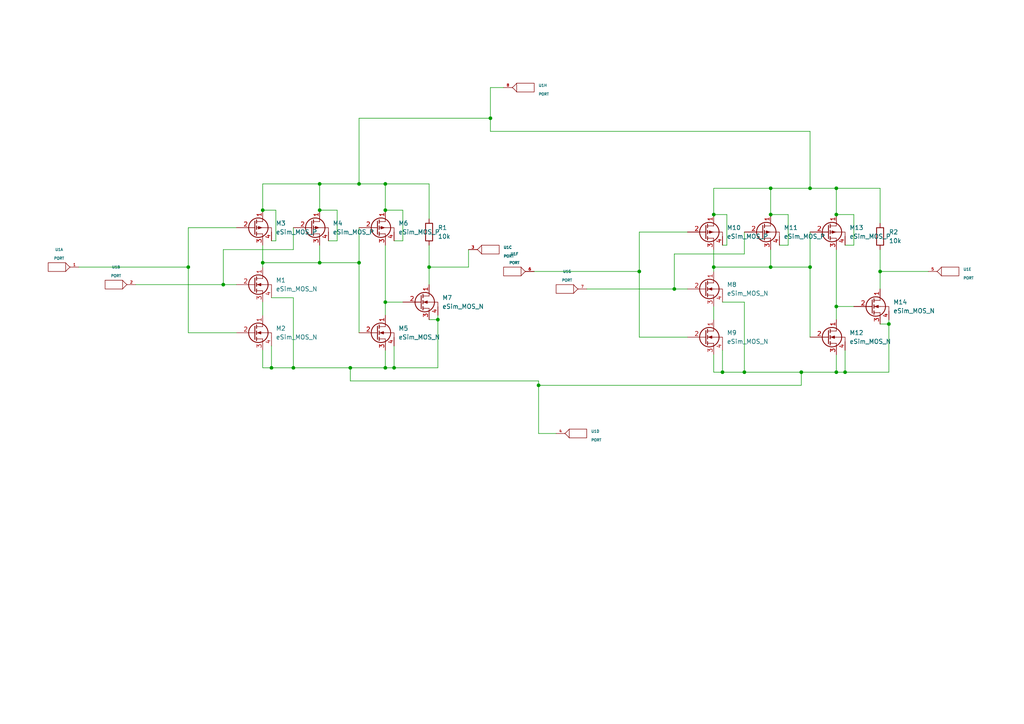
<source format=kicad_sch>
(kicad_sch (version 20211123) (generator eeschema)

  (uuid 63fbaec7-8048-4a28-847a-aeeb011b2e0e)

  (paper "A4")

  (lib_symbols
    (symbol "eSim_Devices:eSim_MOS_N" (pin_names (offset 0) hide) (in_bom yes) (on_board yes)
      (property "Reference" "M" (id 0) (at 0 -3.81 0)
        (effects (font (size 1.27 1.27)) (justify right))
      )
      (property "Value" "eSim_MOS_N" (id 1) (at 2.54 -1.27 0)
        (effects (font (size 1.27 1.27)) (justify right))
      )
      (property "Footprint" "" (id 2) (at 7.62 -7.62 0)
        (effects (font (size 0.7366 0.7366)))
      )
      (property "Datasheet" "" (id 3) (at 2.54 -5.08 0)
        (effects (font (size 1.524 1.524)))
      )
      (symbol "eSim_MOS_N_0_1"
        (polyline
          (pts
            (xy 3.302 -7.366)
            (xy 3.302 -6.35)
          )
          (stroke (width 0.254) (type default) (color 0 0 0 0))
          (fill (type none))
        )
        (polyline
          (pts
            (xy 3.302 -6.858)
            (xy 5.08 -6.858)
          )
          (stroke (width 0) (type default) (color 0 0 0 0))
          (fill (type none))
        )
        (polyline
          (pts
            (xy 3.302 -5.588)
            (xy 3.302 -4.572)
          )
          (stroke (width 0.254) (type default) (color 0 0 0 0))
          (fill (type none))
        )
        (polyline
          (pts
            (xy 3.302 -5.08)
            (xy 5.08 -5.08)
          )
          (stroke (width 0) (type default) (color 0 0 0 0))
          (fill (type none))
        )
        (polyline
          (pts
            (xy 3.302 -3.81)
            (xy 3.302 -2.794)
          )
          (stroke (width 0.254) (type default) (color 0 0 0 0))
          (fill (type none))
        )
        (polyline
          (pts
            (xy 3.302 -3.302)
            (xy 5.08 -3.302)
          )
          (stroke (width 0) (type default) (color 0 0 0 0))
          (fill (type none))
        )
        (polyline
          (pts
            (xy 5.08 -7.62)
            (xy 5.08 -6.858)
          )
          (stroke (width 0) (type default) (color 0 0 0 0))
          (fill (type none))
        )
        (polyline
          (pts
            (xy 5.08 -3.302)
            (xy 5.08 -2.54)
          )
          (stroke (width 0) (type default) (color 0 0 0 0))
          (fill (type none))
        )
        (polyline
          (pts
            (xy 2.794 -6.985)
            (xy 2.794 -3.175)
            (xy 2.794 -3.175)
          )
          (stroke (width 0.254) (type default) (color 0 0 0 0))
          (fill (type none))
        )
        (polyline
          (pts
            (xy 5.08 -5.08)
            (xy 7.62 -5.08)
            (xy 7.62 -6.35)
          )
          (stroke (width 0) (type default) (color 0 0 0 0))
          (fill (type none))
        )
        (polyline
          (pts
            (xy 3.556 -5.08)
            (xy 4.572 -5.461)
            (xy 4.572 -4.699)
            (xy 3.556 -5.08)
          )
          (stroke (width 0) (type default) (color 0 0 0 0))
          (fill (type outline))
        )
        (circle (center 3.81 -5.08) (radius 2.8194)
          (stroke (width 0.254) (type default) (color 0 0 0 0))
          (fill (type none))
        )
      )
      (symbol "eSim_MOS_N_1_1"
        (pin passive line (at 5.08 0 270) (length 2.54)
          (name "D" (effects (font (size 1.27 1.27))))
          (number "1" (effects (font (size 1.27 1.27))))
        )
        (pin passive line (at -2.54 -5.08 0) (length 5.334)
          (name "G" (effects (font (size 1.27 1.27))))
          (number "2" (effects (font (size 1.27 1.27))))
        )
        (pin passive line (at 5.08 -10.16 90) (length 2.54)
          (name "S" (effects (font (size 1.27 1.27))))
          (number "3" (effects (font (size 1.27 1.27))))
        )
        (pin passive line (at 7.62 -8.89 90) (length 2.4892)
          (name "B" (effects (font (size 1.1938 1.1938))))
          (number "4" (effects (font (size 1.1938 1.1938))))
        )
      )
    )
    (symbol "eSim_Devices:eSim_MOS_P" (pin_names (offset 0) hide) (in_bom yes) (on_board yes)
      (property "Reference" "M" (id 0) (at -1.27 1.27 0)
        (effects (font (size 1.27 1.27)) (justify right))
      )
      (property "Value" "eSim_MOS_P" (id 1) (at 1.27 3.81 0)
        (effects (font (size 1.27 1.27)) (justify right))
      )
      (property "Footprint" "" (id 2) (at 6.35 2.54 0)
        (effects (font (size 0.7366 0.7366)))
      )
      (property "Datasheet" "" (id 3) (at 1.27 0 0)
        (effects (font (size 1.524 1.524)))
      )
      (symbol "eSim_MOS_P_0_1"
        (polyline
          (pts
            (xy 2.032 -1.778)
            (xy 3.81 -1.778)
          )
          (stroke (width 0) (type default) (color 0 0 0 0))
          (fill (type none))
        )
        (polyline
          (pts
            (xy 2.032 -1.27)
            (xy 2.032 -2.286)
          )
          (stroke (width 0.254) (type default) (color 0 0 0 0))
          (fill (type none))
        )
        (polyline
          (pts
            (xy 2.032 0)
            (xy 3.81 0)
          )
          (stroke (width 0) (type default) (color 0 0 0 0))
          (fill (type none))
        )
        (polyline
          (pts
            (xy 2.032 0.508)
            (xy 2.032 -0.508)
          )
          (stroke (width 0.254) (type default) (color 0 0 0 0))
          (fill (type none))
        )
        (polyline
          (pts
            (xy 2.032 1.778)
            (xy 3.81 1.778)
          )
          (stroke (width 0) (type default) (color 0 0 0 0))
          (fill (type none))
        )
        (polyline
          (pts
            (xy 2.032 2.286)
            (xy 2.032 1.27)
          )
          (stroke (width 0.254) (type default) (color 0 0 0 0))
          (fill (type none))
        )
        (polyline
          (pts
            (xy 3.81 -1.778)
            (xy 3.81 -2.54)
          )
          (stroke (width 0) (type default) (color 0 0 0 0))
          (fill (type none))
        )
        (polyline
          (pts
            (xy 3.81 2.54)
            (xy 3.81 1.778)
          )
          (stroke (width 0) (type default) (color 0 0 0 0))
          (fill (type none))
        )
        (polyline
          (pts
            (xy 1.524 1.905)
            (xy 1.524 -1.905)
            (xy 1.524 -1.905)
          )
          (stroke (width 0.254) (type default) (color 0 0 0 0))
          (fill (type none))
        )
        (polyline
          (pts
            (xy 3.81 0)
            (xy 6.35 0)
            (xy 6.35 -1.27)
          )
          (stroke (width 0) (type default) (color 0 0 0 0))
          (fill (type none))
        )
        (polyline
          (pts
            (xy 3.556 0)
            (xy 2.54 -0.381)
            (xy 2.54 0.381)
            (xy 3.556 0)
          )
          (stroke (width 0) (type default) (color 0 0 0 0))
          (fill (type outline))
        )
        (circle (center 2.54 0) (radius 2.8194)
          (stroke (width 0.254) (type default) (color 0 0 0 0))
          (fill (type none))
        )
      )
      (symbol "eSim_MOS_P_1_1"
        (pin passive line (at 3.81 5.08 270) (length 2.54)
          (name "D" (effects (font (size 1.27 1.27))))
          (number "1" (effects (font (size 1.27 1.27))))
        )
        (pin passive line (at -3.81 0 0) (length 5.334)
          (name "G" (effects (font (size 1.27 1.27))))
          (number "2" (effects (font (size 1.27 1.27))))
        )
        (pin passive line (at 3.81 -5.08 90) (length 2.54)
          (name "S" (effects (font (size 1.27 1.27))))
          (number "3" (effects (font (size 1.27 1.27))))
        )
        (pin passive line (at 6.35 -3.81 90) (length 2.54)
          (name "B" (effects (font (size 1.27 1.27))))
          (number "4" (effects (font (size 1.27 1.27))))
        )
      )
    )
    (symbol "eSim_Devices:resistor" (pin_numbers hide) (pin_names (offset 0)) (in_bom yes) (on_board yes)
      (property "Reference" "R" (id 0) (at 1.27 3.302 0)
        (effects (font (size 1.27 1.27)))
      )
      (property "Value" "resistor" (id 1) (at 1.27 -1.27 0)
        (effects (font (size 1.27 1.27)))
      )
      (property "Footprint" "" (id 2) (at 1.27 -0.508 0)
        (effects (font (size 0.762 0.762)))
      )
      (property "Datasheet" "" (id 3) (at 1.27 1.27 90)
        (effects (font (size 0.762 0.762)))
      )
      (property "ki_fp_filters" "R_* Resistor_*" (id 4) (at 0 0 0)
        (effects (font (size 1.27 1.27)) hide)
      )
      (symbol "resistor_0_1"
        (rectangle (start 3.81 0.254) (end -1.27 2.286)
          (stroke (width 0.254) (type default) (color 0 0 0 0))
          (fill (type none))
        )
      )
      (symbol "resistor_1_1"
        (pin passive line (at -2.54 1.27 0) (length 1.27)
          (name "~" (effects (font (size 1.524 1.524))))
          (number "1" (effects (font (size 1.524 1.524))))
        )
        (pin passive line (at 5.08 1.27 180) (length 1.27)
          (name "~" (effects (font (size 1.524 1.524))))
          (number "2" (effects (font (size 1.524 1.524))))
        )
      )
    )
    (symbol "eSim_Miscellaneous:PORT" (pin_names (offset 1.016)) (in_bom yes) (on_board yes)
      (property "Reference" "U" (id 0) (at 1.27 2.54 0)
        (effects (font (size 0.762 0.762)))
      )
      (property "Value" "PORT" (id 1) (at 0 0 0)
        (effects (font (size 0.762 0.762)))
      )
      (property "Footprint" "" (id 2) (at 0 0 0)
        (effects (font (size 1.524 1.524)))
      )
      (property "Datasheet" "" (id 3) (at 0 0 0)
        (effects (font (size 1.524 1.524)))
      )
      (symbol "PORT_0_1"
        (rectangle (start -2.54 1.27) (end 2.54 -1.27)
          (stroke (width 0) (type default) (color 0 0 0 0))
          (fill (type none))
        )
        (arc (start 2.54 1.27) (mid 3.1355 0.5955) (end 3.81 0)
          (stroke (width 0) (type default) (color 0 0 0 0))
          (fill (type none))
        )
        (arc (start 3.81 0) (mid 3.1447 -0.6046) (end 2.54 -1.27)
          (stroke (width 0) (type default) (color 0 0 0 0))
          (fill (type none))
        )
      )
      (symbol "PORT_1_1"
        (pin bidirectional line (at 6.35 0 180) (length 2.54)
          (name "~" (effects (font (size 0.762 0.762))))
          (number "1" (effects (font (size 0.762 0.762))))
        )
      )
      (symbol "PORT_2_1"
        (pin bidirectional line (at 6.35 0 180) (length 2.54)
          (name "~" (effects (font (size 0.762 0.762))))
          (number "2" (effects (font (size 0.762 0.762))))
        )
      )
      (symbol "PORT_3_1"
        (pin bidirectional line (at 6.35 0 180) (length 2.54)
          (name "~" (effects (font (size 0.762 0.762))))
          (number "3" (effects (font (size 0.762 0.762))))
        )
      )
      (symbol "PORT_4_1"
        (pin bidirectional line (at 6.35 0 180) (length 2.54)
          (name "~" (effects (font (size 0.762 0.762))))
          (number "4" (effects (font (size 0.762 0.762))))
        )
      )
      (symbol "PORT_5_1"
        (pin bidirectional line (at 6.35 0 180) (length 2.54)
          (name "~" (effects (font (size 0.762 0.762))))
          (number "5" (effects (font (size 0.762 0.762))))
        )
      )
      (symbol "PORT_6_1"
        (pin bidirectional line (at 6.35 0 180) (length 2.54)
          (name "~" (effects (font (size 0.762 0.762))))
          (number "6" (effects (font (size 0.762 0.762))))
        )
      )
      (symbol "PORT_7_1"
        (pin bidirectional line (at 6.35 0 180) (length 2.54)
          (name "~" (effects (font (size 0.762 0.762))))
          (number "7" (effects (font (size 0.762 0.762))))
        )
      )
      (symbol "PORT_8_1"
        (pin bidirectional line (at 6.35 0 180) (length 2.54)
          (name "~" (effects (font (size 0.762 0.762))))
          (number "8" (effects (font (size 0.762 0.762))))
        )
      )
      (symbol "PORT_9_1"
        (pin bidirectional line (at 6.35 0 180) (length 2.54)
          (name "~" (effects (font (size 0.762 0.762))))
          (number "9" (effects (font (size 0.762 0.762))))
        )
      )
      (symbol "PORT_10_1"
        (pin bidirectional line (at 6.35 0 180) (length 2.54)
          (name "~" (effects (font (size 0.762 0.762))))
          (number "10" (effects (font (size 0.762 0.762))))
        )
      )
      (symbol "PORT_11_1"
        (pin bidirectional line (at 6.35 0 180) (length 2.54)
          (name "~" (effects (font (size 0.762 0.762))))
          (number "11" (effects (font (size 0.762 0.762))))
        )
      )
      (symbol "PORT_12_1"
        (pin bidirectional line (at 6.35 0 180) (length 2.54)
          (name "~" (effects (font (size 0.762 0.762))))
          (number "12" (effects (font (size 0.762 0.762))))
        )
      )
      (symbol "PORT_13_1"
        (pin bidirectional line (at 6.35 0 180) (length 2.54)
          (name "~" (effects (font (size 0.762 0.762))))
          (number "13" (effects (font (size 0.762 0.762))))
        )
      )
      (symbol "PORT_14_1"
        (pin bidirectional line (at 6.35 0 180) (length 2.54)
          (name "~" (effects (font (size 0.762 0.762))))
          (number "14" (effects (font (size 0.762 0.762))))
        )
      )
      (symbol "PORT_15_1"
        (pin bidirectional line (at 6.35 0 180) (length 2.54)
          (name "~" (effects (font (size 0.762 0.762))))
          (number "15" (effects (font (size 0.762 0.762))))
        )
      )
      (symbol "PORT_16_1"
        (pin bidirectional line (at 6.35 0 180) (length 2.54)
          (name "~" (effects (font (size 0.762 0.762))))
          (number "16" (effects (font (size 0.762 0.762))))
        )
      )
      (symbol "PORT_17_1"
        (pin bidirectional line (at 6.35 0 180) (length 2.54)
          (name "~" (effects (font (size 0.762 0.762))))
          (number "17" (effects (font (size 0.762 0.762))))
        )
      )
      (symbol "PORT_18_1"
        (pin bidirectional line (at 6.35 0 180) (length 2.54)
          (name "~" (effects (font (size 0.762 0.762))))
          (number "18" (effects (font (size 0.762 0.762))))
        )
      )
      (symbol "PORT_19_1"
        (pin bidirectional line (at 6.35 0 180) (length 2.54)
          (name "~" (effects (font (size 0.762 0.762))))
          (number "19" (effects (font (size 0.762 0.762))))
        )
      )
      (symbol "PORT_20_1"
        (pin bidirectional line (at 6.35 0 180) (length 2.54)
          (name "~" (effects (font (size 0.762 0.762))))
          (number "20" (effects (font (size 0.762 0.762))))
        )
      )
      (symbol "PORT_21_1"
        (pin bidirectional line (at 6.35 0 180) (length 2.54)
          (name "~" (effects (font (size 0.762 0.762))))
          (number "21" (effects (font (size 0.762 0.762))))
        )
      )
      (symbol "PORT_22_1"
        (pin bidirectional line (at 6.35 0 180) (length 2.54)
          (name "~" (effects (font (size 0.762 0.762))))
          (number "22" (effects (font (size 0.762 0.762))))
        )
      )
      (symbol "PORT_23_1"
        (pin bidirectional line (at 6.35 0 180) (length 2.54)
          (name "~" (effects (font (size 0.762 0.762))))
          (number "23" (effects (font (size 0.762 0.762))))
        )
      )
      (symbol "PORT_24_1"
        (pin bidirectional line (at 6.35 0 180) (length 2.54)
          (name "~" (effects (font (size 0.762 0.762))))
          (number "24" (effects (font (size 0.762 0.762))))
        )
      )
      (symbol "PORT_25_1"
        (pin bidirectional line (at 6.35 0 180) (length 2.54)
          (name "~" (effects (font (size 0.762 0.762))))
          (number "25" (effects (font (size 0.762 0.762))))
        )
      )
      (symbol "PORT_26_1"
        (pin bidirectional line (at 6.35 0 180) (length 2.54)
          (name "~" (effects (font (size 0.762 0.762))))
          (number "26" (effects (font (size 0.762 0.762))))
        )
      )
    )
  )

  (junction (at 242.57 88.9) (diameter 0) (color 0 0 0 0)
    (uuid 063a6b39-da37-461e-a951-d4abc74f1554)
  )
  (junction (at 101.6 106.68) (diameter 0) (color 0 0 0 0)
    (uuid 07ea6017-c4b3-4bad-b9da-b8a0e61db5a8)
  )
  (junction (at 104.14 53.34) (diameter 0) (color 0 0 0 0)
    (uuid 0c105c8c-8648-4ae6-844b-f8e3ba93860b)
  )
  (junction (at 92.71 53.34) (diameter 0) (color 0 0 0 0)
    (uuid 0df1acb0-875a-4272-a65a-8920afdddb10)
  )
  (junction (at 234.95 77.47) (diameter 0) (color 0 0 0 0)
    (uuid 0fa1b307-b36e-4264-b5d1-df0a9e6c7aab)
  )
  (junction (at 215.9 107.95) (diameter 0) (color 0 0 0 0)
    (uuid 1433af2a-3693-47fb-8822-ed25a0b74937)
  )
  (junction (at 64.77 82.55) (diameter 0) (color 0 0 0 0)
    (uuid 213dc07e-debf-452f-9565-d47e98cf32ac)
  )
  (junction (at 92.71 76.2) (diameter 0) (color 0 0 0 0)
    (uuid 3b5d556b-d930-47b2-90b6-6d8a54c25191)
  )
  (junction (at 245.11 107.95) (diameter 0) (color 0 0 0 0)
    (uuid 3ca3fe1e-ed66-4619-aac1-e9f17f71ce61)
  )
  (junction (at 223.52 54.61) (diameter 0) (color 0 0 0 0)
    (uuid 3de4e5ef-8e0a-4ba1-babf-6c7f606b5726)
  )
  (junction (at 234.95 54.61) (diameter 0) (color 0 0 0 0)
    (uuid 43f34f9d-3b0b-458d-aad1-ba0e5949612f)
  )
  (junction (at 242.57 107.95) (diameter 0) (color 0 0 0 0)
    (uuid 4a0e63d6-4aa2-4991-946c-4e25d0854ea5)
  )
  (junction (at 242.57 54.61) (diameter 0) (color 0 0 0 0)
    (uuid 4b6b4377-3ffc-4bcd-b9b0-da38f99e6864)
  )
  (junction (at 195.58 83.82) (diameter 0) (color 0 0 0 0)
    (uuid 4bab64b3-7d6f-4199-b4ca-0284816852b1)
  )
  (junction (at 127 92.71) (diameter 0) (color 0 0 0 0)
    (uuid 500f2ae4-ac1e-4e9c-9a53-5f42449a8776)
  )
  (junction (at 85.09 106.68) (diameter 0) (color 0 0 0 0)
    (uuid 5d682f65-92f6-48a1-af61-7dfe4f7d69f8)
  )
  (junction (at 111.76 53.34) (diameter 0) (color 0 0 0 0)
    (uuid 6cdd137c-cc5a-4733-beae-e31d82ad98f2)
  )
  (junction (at 223.52 62.23) (diameter 0) (color 0 0 0 0)
    (uuid 7b43cedb-2904-4fda-99d9-4b4657e1c71d)
  )
  (junction (at 242.57 62.23) (diameter 0) (color 0 0 0 0)
    (uuid 7c624cc1-388b-4d22-9833-9339ecca6858)
  )
  (junction (at 223.52 77.47) (diameter 0) (color 0 0 0 0)
    (uuid 7e4f0ab9-cea8-40c4-aaba-5e022e983020)
  )
  (junction (at 142.24 34.29) (diameter 0) (color 0 0 0 0)
    (uuid 81df6448-65b6-4d57-8b9c-17da07c7df50)
  )
  (junction (at 114.3 106.68) (diameter 0) (color 0 0 0 0)
    (uuid 8a86acf3-59a2-47ad-892f-ee1a1842451a)
  )
  (junction (at 156.21 111.76) (diameter 0) (color 0 0 0 0)
    (uuid 8e501a78-bdae-4d76-aab8-f2e52749c18e)
  )
  (junction (at 257.81 93.98) (diameter 0) (color 0 0 0 0)
    (uuid 8e83b569-9635-4874-a1b2-99a4efdbe487)
  )
  (junction (at 111.76 60.96) (diameter 0) (color 0 0 0 0)
    (uuid a64c6e3e-06fb-4e51-ae8a-5224f398e1cf)
  )
  (junction (at 76.2 60.96) (diameter 0) (color 0 0 0 0)
    (uuid a7286bb2-e75e-4cf1-90a0-c1eb3756ee49)
  )
  (junction (at 92.71 60.96) (diameter 0) (color 0 0 0 0)
    (uuid a9222a1c-528d-4122-b008-c4680b12f46f)
  )
  (junction (at 76.2 76.2) (diameter 0) (color 0 0 0 0)
    (uuid ab412222-70d9-4c6a-8dc2-13eb35fedbfd)
  )
  (junction (at 104.14 76.2) (diameter 0) (color 0 0 0 0)
    (uuid b326a9cf-13b5-4b9e-b1ed-aa64e1e9ed3e)
  )
  (junction (at 78.74 106.68) (diameter 0) (color 0 0 0 0)
    (uuid b9e91dee-5545-4be0-8665-ac4bd07198b0)
  )
  (junction (at 111.76 87.63) (diameter 0) (color 0 0 0 0)
    (uuid c3affbd7-848f-4000-af63-5cd3d9a63b6f)
  )
  (junction (at 207.01 62.23) (diameter 0) (color 0 0 0 0)
    (uuid cbb4ceb9-c6ed-44b1-ba46-4a0749683c9b)
  )
  (junction (at 124.46 77.47) (diameter 0) (color 0 0 0 0)
    (uuid d4667e30-8615-4b93-a622-058d6ce98f9f)
  )
  (junction (at 232.41 107.95) (diameter 0) (color 0 0 0 0)
    (uuid e869f898-016f-4a57-9510-b4386cefa719)
  )
  (junction (at 185.42 78.74) (diameter 0) (color 0 0 0 0)
    (uuid ebbbddcd-fd09-4dde-a229-b33dd11a310f)
  )
  (junction (at 111.76 106.68) (diameter 0) (color 0 0 0 0)
    (uuid f224f0d7-69d5-4ee0-9327-4bdaa1024834)
  )
  (junction (at 255.27 78.74) (diameter 0) (color 0 0 0 0)
    (uuid f65e190b-ebd0-4c47-b958-914d514ee50e)
  )
  (junction (at 54.61 77.47) (diameter 0) (color 0 0 0 0)
    (uuid f7ae7ea4-d9be-4378-9b65-aa59fb77d49a)
  )
  (junction (at 209.55 107.95) (diameter 0) (color 0 0 0 0)
    (uuid fb9e4832-05b8-4614-ad39-3e8009eed89b)
  )
  (junction (at 207.01 77.47) (diameter 0) (color 0 0 0 0)
    (uuid ff17c92c-fa3d-4ad4-b5da-be951686d94b)
  )

  (wire (pts (xy 232.41 107.95) (xy 242.57 107.95))
    (stroke (width 0) (type default) (color 0 0 0 0))
    (uuid 0279a1dd-9d7d-4714-9116-5e86f880ae9c)
  )
  (wire (pts (xy 209.55 71.12) (xy 210.82 71.12))
    (stroke (width 0) (type default) (color 0 0 0 0))
    (uuid 0342fa78-1bcd-4cb8-8861-a925b91cc1d3)
  )
  (wire (pts (xy 124.46 63.5) (xy 124.46 53.34))
    (stroke (width 0) (type default) (color 0 0 0 0))
    (uuid 06edff7b-ce80-497b-88fa-95623a8dc1ce)
  )
  (wire (pts (xy 223.52 77.47) (xy 234.95 77.47))
    (stroke (width 0) (type default) (color 0 0 0 0))
    (uuid 09203994-3376-4165-940b-d07a83d69503)
  )
  (wire (pts (xy 247.65 71.12) (xy 247.65 62.23))
    (stroke (width 0) (type default) (color 0 0 0 0))
    (uuid 0a683178-51d0-4c31-bcb1-6123ed6ee565)
  )
  (wire (pts (xy 142.24 25.4) (xy 142.24 34.29))
    (stroke (width 0) (type default) (color 0 0 0 0))
    (uuid 0c0f9074-7f01-4d45-a90f-26e3ae7ee5b5)
  )
  (wire (pts (xy 223.52 77.47) (xy 207.01 77.47))
    (stroke (width 0) (type default) (color 0 0 0 0))
    (uuid 0c7dba6a-07b3-434a-a7d2-d86eebc28e24)
  )
  (wire (pts (xy 95.25 69.85) (xy 97.79 69.85))
    (stroke (width 0) (type default) (color 0 0 0 0))
    (uuid 0d19d384-211c-4c06-8c21-0e3100af7284)
  )
  (wire (pts (xy 111.76 87.63) (xy 111.76 91.44))
    (stroke (width 0) (type default) (color 0 0 0 0))
    (uuid 1137ae54-15a8-4c3c-9ee8-e0ec15ec8e0f)
  )
  (wire (pts (xy 124.46 92.71) (xy 127 92.71))
    (stroke (width 0) (type default) (color 0 0 0 0))
    (uuid 11a73c97-f7d1-4bcb-a171-708071ae6dc7)
  )
  (wire (pts (xy 124.46 77.47) (xy 124.46 82.55))
    (stroke (width 0) (type default) (color 0 0 0 0))
    (uuid 183bfcbf-f8e8-41b0-a35d-704c1bc9d5bf)
  )
  (wire (pts (xy 54.61 77.47) (xy 54.61 96.52))
    (stroke (width 0) (type default) (color 0 0 0 0))
    (uuid 18f485ce-182d-4d00-8aad-86a7a89397a0)
  )
  (wire (pts (xy 242.57 88.9) (xy 247.65 88.9))
    (stroke (width 0) (type default) (color 0 0 0 0))
    (uuid 19c66331-495e-412b-8466-988df78d0702)
  )
  (wire (pts (xy 127 106.68) (xy 127 92.71))
    (stroke (width 0) (type default) (color 0 0 0 0))
    (uuid 1b71ac4f-adfd-49db-9885-2b7b454c845b)
  )
  (wire (pts (xy 85.09 106.68) (xy 101.6 106.68))
    (stroke (width 0) (type default) (color 0 0 0 0))
    (uuid 1d744fb1-6e0b-4242-bd67-aab564d6b618)
  )
  (wire (pts (xy 242.57 54.61) (xy 242.57 62.23))
    (stroke (width 0) (type default) (color 0 0 0 0))
    (uuid 1f663fd6-8318-4011-a16c-d7bf7ecc35bc)
  )
  (wire (pts (xy 76.2 60.96) (xy 76.2 53.34))
    (stroke (width 0) (type default) (color 0 0 0 0))
    (uuid 1fd2f118-b180-4815-885a-f429a56c08f4)
  )
  (wire (pts (xy 185.42 78.74) (xy 185.42 97.79))
    (stroke (width 0) (type default) (color 0 0 0 0))
    (uuid 2160f253-2760-45ea-a317-83f86058b1d0)
  )
  (wire (pts (xy 242.57 88.9) (xy 242.57 92.71))
    (stroke (width 0) (type default) (color 0 0 0 0))
    (uuid 244657e4-808a-4ca9-bf2e-9803a2fee111)
  )
  (wire (pts (xy 255.27 78.74) (xy 255.27 83.82))
    (stroke (width 0) (type default) (color 0 0 0 0))
    (uuid 2596a379-987f-482d-8329-442baf474cdf)
  )
  (wire (pts (xy 64.77 82.55) (xy 68.58 82.55))
    (stroke (width 0) (type default) (color 0 0 0 0))
    (uuid 299614fb-5438-404f-af89-55807c36ed9f)
  )
  (wire (pts (xy 210.82 71.12) (xy 210.82 62.23))
    (stroke (width 0) (type default) (color 0 0 0 0))
    (uuid 29ea8746-4b7d-4aa7-992d-5b4566720f00)
  )
  (wire (pts (xy 207.01 107.95) (xy 209.55 107.95))
    (stroke (width 0) (type default) (color 0 0 0 0))
    (uuid 2a6aa712-3a56-4eda-b69d-faed1faf8778)
  )
  (wire (pts (xy 104.14 53.34) (xy 111.76 53.34))
    (stroke (width 0) (type default) (color 0 0 0 0))
    (uuid 2dfd1658-bd21-4cf8-9a3e-93838b67eaf5)
  )
  (wire (pts (xy 255.27 54.61) (xy 242.57 54.61))
    (stroke (width 0) (type default) (color 0 0 0 0))
    (uuid 31864ec0-be65-440a-bd7e-cb2abd0f4fa1)
  )
  (wire (pts (xy 156.21 110.49) (xy 156.21 111.76))
    (stroke (width 0) (type default) (color 0 0 0 0))
    (uuid 34d3c268-c2ac-487e-8650-17989f8e456d)
  )
  (wire (pts (xy 242.57 72.39) (xy 242.57 88.9))
    (stroke (width 0) (type default) (color 0 0 0 0))
    (uuid 36710f08-eba2-488d-afc8-df362c2aaba9)
  )
  (wire (pts (xy 215.9 67.31) (xy 215.9 73.66))
    (stroke (width 0) (type default) (color 0 0 0 0))
    (uuid 3865f23d-b32e-433a-be10-9d6ef4b27240)
  )
  (wire (pts (xy 223.52 72.39) (xy 223.52 77.47))
    (stroke (width 0) (type default) (color 0 0 0 0))
    (uuid 39e9cd31-1e52-4233-8b5a-d889fa1c71c8)
  )
  (wire (pts (xy 104.14 34.29) (xy 142.24 34.29))
    (stroke (width 0) (type default) (color 0 0 0 0))
    (uuid 3b262437-1130-4ed8-b2ef-d08570202439)
  )
  (wire (pts (xy 114.3 100.33) (xy 114.3 106.68))
    (stroke (width 0) (type default) (color 0 0 0 0))
    (uuid 3b4ea234-7d21-4abf-8282-b6c7641326fd)
  )
  (wire (pts (xy 195.58 73.66) (xy 195.58 83.82))
    (stroke (width 0) (type default) (color 0 0 0 0))
    (uuid 3b9d6c7a-fc17-4e62-b1c4-aff41189ce50)
  )
  (wire (pts (xy 135.89 77.47) (xy 124.46 77.47))
    (stroke (width 0) (type default) (color 0 0 0 0))
    (uuid 3c328215-4476-4c20-aa35-a929c534ce6a)
  )
  (wire (pts (xy 85.09 66.04) (xy 85.09 72.39))
    (stroke (width 0) (type default) (color 0 0 0 0))
    (uuid 3e6ba313-50c0-4082-a935-78e6ffdd2443)
  )
  (wire (pts (xy 255.27 72.39) (xy 255.27 78.74))
    (stroke (width 0) (type default) (color 0 0 0 0))
    (uuid 411db098-6aa2-41bf-838e-dd294bfef10f)
  )
  (wire (pts (xy 255.27 64.77) (xy 255.27 54.61))
    (stroke (width 0) (type default) (color 0 0 0 0))
    (uuid 42a048c4-560f-4186-8bc3-4093a147bc4d)
  )
  (wire (pts (xy 242.57 102.87) (xy 242.57 107.95))
    (stroke (width 0) (type default) (color 0 0 0 0))
    (uuid 431c5fcc-b421-4c1b-9269-03e9b8703d7b)
  )
  (wire (pts (xy 228.6 62.23) (xy 223.52 62.23))
    (stroke (width 0) (type default) (color 0 0 0 0))
    (uuid 4446e18a-bf63-4d8f-94f0-e824337817b4)
  )
  (wire (pts (xy 247.65 62.23) (xy 242.57 62.23))
    (stroke (width 0) (type default) (color 0 0 0 0))
    (uuid 45d827b2-6f5b-4847-b625-342762d3fa76)
  )
  (wire (pts (xy 207.01 72.39) (xy 207.01 77.47))
    (stroke (width 0) (type default) (color 0 0 0 0))
    (uuid 46c7b13d-3f6c-46f4-a6d5-3858fbf062aa)
  )
  (wire (pts (xy 92.71 76.2) (xy 76.2 76.2))
    (stroke (width 0) (type default) (color 0 0 0 0))
    (uuid 4a31c23e-3830-436c-a31d-93bb9cf06886)
  )
  (wire (pts (xy 76.2 101.6) (xy 76.2 106.68))
    (stroke (width 0) (type default) (color 0 0 0 0))
    (uuid 4aef62ab-47ee-4d1c-8cd8-6f6a95857a4c)
  )
  (wire (pts (xy 92.71 53.34) (xy 92.71 60.96))
    (stroke (width 0) (type default) (color 0 0 0 0))
    (uuid 4c09a8ee-7987-4574-a373-e6085727dbe7)
  )
  (wire (pts (xy 85.09 72.39) (xy 64.77 72.39))
    (stroke (width 0) (type default) (color 0 0 0 0))
    (uuid 4d375f46-1c8a-4c89-9315-8e1f1dded4d5)
  )
  (wire (pts (xy 209.55 107.95) (xy 215.9 107.95))
    (stroke (width 0) (type default) (color 0 0 0 0))
    (uuid 55002bc9-3d74-4565-b16f-8c84a6c78884)
  )
  (wire (pts (xy 226.06 71.12) (xy 228.6 71.12))
    (stroke (width 0) (type default) (color 0 0 0 0))
    (uuid 55535295-8c15-4d4f-b24a-90764da0f95e)
  )
  (wire (pts (xy 207.01 62.23) (xy 210.82 62.23))
    (stroke (width 0) (type default) (color 0 0 0 0))
    (uuid 56dafc6c-ee53-4680-aba5-b4a6cd2789de)
  )
  (wire (pts (xy 232.41 107.95) (xy 232.41 111.76))
    (stroke (width 0) (type default) (color 0 0 0 0))
    (uuid 59728431-47bc-48f7-8acb-c75c49cddd58)
  )
  (wire (pts (xy 207.01 77.47) (xy 207.01 78.74))
    (stroke (width 0) (type default) (color 0 0 0 0))
    (uuid 60522624-bd8a-4a73-9394-fe587d3ed97d)
  )
  (wire (pts (xy 92.71 76.2) (xy 104.14 76.2))
    (stroke (width 0) (type default) (color 0 0 0 0))
    (uuid 67e702c3-61c0-42de-9d1d-312642e9ccdb)
  )
  (wire (pts (xy 223.52 54.61) (xy 223.52 62.23))
    (stroke (width 0) (type default) (color 0 0 0 0))
    (uuid 6aa47b6e-fa01-416e-a746-351f977bb46f)
  )
  (wire (pts (xy 85.09 86.36) (xy 85.09 106.68))
    (stroke (width 0) (type default) (color 0 0 0 0))
    (uuid 6b2b622a-7b63-441e-90c4-309e1473f946)
  )
  (wire (pts (xy 142.24 25.4) (xy 146.05 25.4))
    (stroke (width 0) (type default) (color 0 0 0 0))
    (uuid 6c67a78a-3de2-40c1-8cf1-0650c5e319f0)
  )
  (wire (pts (xy 255.27 78.74) (xy 269.24 78.74))
    (stroke (width 0) (type default) (color 0 0 0 0))
    (uuid 6dc5fc93-a96b-4969-ade8-851088874e14)
  )
  (wire (pts (xy 76.2 106.68) (xy 78.74 106.68))
    (stroke (width 0) (type default) (color 0 0 0 0))
    (uuid 70a654df-258f-4b43-86f4-eff122dcaa23)
  )
  (wire (pts (xy 185.42 67.31) (xy 185.42 78.74))
    (stroke (width 0) (type default) (color 0 0 0 0))
    (uuid 70f99d4e-02d4-4bba-adf6-f1d20c997803)
  )
  (wire (pts (xy 234.95 54.61) (xy 242.57 54.61))
    (stroke (width 0) (type default) (color 0 0 0 0))
    (uuid 73bb01da-a859-444e-b663-a66367329d27)
  )
  (wire (pts (xy 111.76 87.63) (xy 116.84 87.63))
    (stroke (width 0) (type default) (color 0 0 0 0))
    (uuid 796be640-1e8c-48a7-9b53-e19a186c111b)
  )
  (wire (pts (xy 170.18 83.82) (xy 195.58 83.82))
    (stroke (width 0) (type default) (color 0 0 0 0))
    (uuid 7d8100ad-cb7c-4373-accd-cbe2ea10b9fd)
  )
  (wire (pts (xy 111.76 106.68) (xy 114.3 106.68))
    (stroke (width 0) (type default) (color 0 0 0 0))
    (uuid 7e1328b1-7adb-441f-bac7-b14e5bf7b463)
  )
  (wire (pts (xy 116.84 69.85) (xy 116.84 60.96))
    (stroke (width 0) (type default) (color 0 0 0 0))
    (uuid 848c5cb4-2e3f-4aec-9002-4f2015da4753)
  )
  (wire (pts (xy 215.9 73.66) (xy 195.58 73.66))
    (stroke (width 0) (type default) (color 0 0 0 0))
    (uuid 8765062d-93f7-43e0-81b6-7bed9b5135eb)
  )
  (wire (pts (xy 156.21 111.76) (xy 156.21 125.73))
    (stroke (width 0) (type default) (color 0 0 0 0))
    (uuid 880942d4-7f8c-4121-9dfa-b51e19ffce89)
  )
  (wire (pts (xy 257.81 93.98) (xy 257.81 92.71))
    (stroke (width 0) (type default) (color 0 0 0 0))
    (uuid 894992b3-232d-4576-a4bd-569d10a38786)
  )
  (wire (pts (xy 76.2 53.34) (xy 92.71 53.34))
    (stroke (width 0) (type default) (color 0 0 0 0))
    (uuid 8ef15134-5655-4345-8891-5820f27f9328)
  )
  (wire (pts (xy 127 92.71) (xy 127 91.44))
    (stroke (width 0) (type default) (color 0 0 0 0))
    (uuid 927d1005-3aec-4c14-b5f7-463721f28877)
  )
  (wire (pts (xy 22.86 77.47) (xy 54.61 77.47))
    (stroke (width 0) (type default) (color 0 0 0 0))
    (uuid 97b69b55-17d5-4e2c-b510-f85435b168b6)
  )
  (wire (pts (xy 78.74 69.85) (xy 80.01 69.85))
    (stroke (width 0) (type default) (color 0 0 0 0))
    (uuid 986339f3-94fb-4e41-a86d-04a8300b560d)
  )
  (wire (pts (xy 78.74 100.33) (xy 78.74 106.68))
    (stroke (width 0) (type default) (color 0 0 0 0))
    (uuid 98e0caa6-a46e-4aa0-9522-2f005d2db001)
  )
  (wire (pts (xy 142.24 38.1) (xy 234.95 38.1))
    (stroke (width 0) (type default) (color 0 0 0 0))
    (uuid 9a07caea-2ecf-41a9-b3a8-450f7650a875)
  )
  (wire (pts (xy 234.95 77.47) (xy 234.95 97.79))
    (stroke (width 0) (type default) (color 0 0 0 0))
    (uuid 9c926352-fd9d-4e4e-b3f0-108a16dab999)
  )
  (wire (pts (xy 257.81 107.95) (xy 257.81 93.98))
    (stroke (width 0) (type default) (color 0 0 0 0))
    (uuid 9d83fcf5-b3b8-4228-83fc-9c5a581e05b5)
  )
  (wire (pts (xy 135.89 72.39) (xy 135.89 77.47))
    (stroke (width 0) (type default) (color 0 0 0 0))
    (uuid 9f681d04-b20c-4147-8d80-19bfa15fc2d7)
  )
  (wire (pts (xy 101.6 106.68) (xy 101.6 110.49))
    (stroke (width 0) (type default) (color 0 0 0 0))
    (uuid a0cccb61-859a-4ab4-beb0-50e5a1731aaf)
  )
  (wire (pts (xy 154.94 78.74) (xy 185.42 78.74))
    (stroke (width 0) (type default) (color 0 0 0 0))
    (uuid a367ee61-f7f6-4f54-90e0-f7373f361d7d)
  )
  (wire (pts (xy 76.2 71.12) (xy 76.2 76.2))
    (stroke (width 0) (type default) (color 0 0 0 0))
    (uuid a45519f8-604f-4796-ad02-fc4f0a51b4a4)
  )
  (wire (pts (xy 54.61 66.04) (xy 54.61 77.47))
    (stroke (width 0) (type default) (color 0 0 0 0))
    (uuid a6ea4f71-8ae2-46f6-a0b7-bc7e3b42b45b)
  )
  (wire (pts (xy 245.11 107.95) (xy 257.81 107.95))
    (stroke (width 0) (type default) (color 0 0 0 0))
    (uuid b45c06e2-cfa4-4fb3-b62c-72dbb25320e2)
  )
  (wire (pts (xy 124.46 53.34) (xy 111.76 53.34))
    (stroke (width 0) (type default) (color 0 0 0 0))
    (uuid b4ef6e08-e7ff-49ca-9d1c-e3faaf8abaf5)
  )
  (wire (pts (xy 156.21 125.73) (xy 161.29 125.73))
    (stroke (width 0) (type default) (color 0 0 0 0))
    (uuid b7727fb4-4f34-43f4-908a-0cfc6283dbb2)
  )
  (wire (pts (xy 114.3 69.85) (xy 116.84 69.85))
    (stroke (width 0) (type default) (color 0 0 0 0))
    (uuid b826d83b-28fa-4356-847c-3cda026d5c51)
  )
  (wire (pts (xy 64.77 72.39) (xy 64.77 82.55))
    (stroke (width 0) (type default) (color 0 0 0 0))
    (uuid b911f5ce-10bd-4cc8-a34e-a350b4ef7048)
  )
  (wire (pts (xy 209.55 87.63) (xy 215.9 87.63))
    (stroke (width 0) (type default) (color 0 0 0 0))
    (uuid bc5c6f6a-991c-46ec-931d-8c8c18aaef50)
  )
  (wire (pts (xy 207.01 54.61) (xy 223.52 54.61))
    (stroke (width 0) (type default) (color 0 0 0 0))
    (uuid bdbf99ba-b218-4dda-bf11-e6be777a970d)
  )
  (wire (pts (xy 92.71 71.12) (xy 92.71 76.2))
    (stroke (width 0) (type default) (color 0 0 0 0))
    (uuid bea6423d-3c9b-4c26-b19e-415c4f6dd3dd)
  )
  (wire (pts (xy 234.95 38.1) (xy 234.95 54.61))
    (stroke (width 0) (type default) (color 0 0 0 0))
    (uuid becdd28d-02ff-4329-819f-3abb8d73e1bc)
  )
  (wire (pts (xy 215.9 87.63) (xy 215.9 107.95))
    (stroke (width 0) (type default) (color 0 0 0 0))
    (uuid bf2235dd-2e3c-481b-9572-0a4590db72ee)
  )
  (wire (pts (xy 255.27 93.98) (xy 257.81 93.98))
    (stroke (width 0) (type default) (color 0 0 0 0))
    (uuid bf9269b3-ec2c-4d79-b154-4246f6a6aff8)
  )
  (wire (pts (xy 104.14 34.29) (xy 104.14 53.34))
    (stroke (width 0) (type default) (color 0 0 0 0))
    (uuid c00aa55f-8d76-42e6-a195-4483ab3ec15f)
  )
  (wire (pts (xy 114.3 106.68) (xy 127 106.68))
    (stroke (width 0) (type default) (color 0 0 0 0))
    (uuid c07d406b-18dd-4dc9-8070-1b690c7195e1)
  )
  (wire (pts (xy 234.95 67.31) (xy 234.95 77.47))
    (stroke (width 0) (type default) (color 0 0 0 0))
    (uuid c0c053fd-25c3-4d67-a1c7-6519c776cbea)
  )
  (wire (pts (xy 207.01 88.9) (xy 207.01 92.71))
    (stroke (width 0) (type default) (color 0 0 0 0))
    (uuid c1761b03-d84d-4cec-873c-59b0739282b7)
  )
  (wire (pts (xy 245.11 71.12) (xy 247.65 71.12))
    (stroke (width 0) (type default) (color 0 0 0 0))
    (uuid c216c315-25a6-4281-95ca-93932647918d)
  )
  (wire (pts (xy 207.01 62.23) (xy 207.01 54.61))
    (stroke (width 0) (type default) (color 0 0 0 0))
    (uuid c2c17254-1f4b-4cbb-acf5-b572ac47f3c9)
  )
  (wire (pts (xy 78.74 106.68) (xy 85.09 106.68))
    (stroke (width 0) (type default) (color 0 0 0 0))
    (uuid c32154b6-6fa9-4eda-9954-e352f66aa7b1)
  )
  (wire (pts (xy 111.76 101.6) (xy 111.76 106.68))
    (stroke (width 0) (type default) (color 0 0 0 0))
    (uuid c332fbfb-c984-4c3d-a0a9-575d60ce0cb6)
  )
  (wire (pts (xy 245.11 101.6) (xy 245.11 107.95))
    (stroke (width 0) (type default) (color 0 0 0 0))
    (uuid c3fbc564-2530-4a07-a74e-7a22a59c49ff)
  )
  (wire (pts (xy 39.37 82.55) (xy 64.77 82.55))
    (stroke (width 0) (type default) (color 0 0 0 0))
    (uuid ca2a66bf-c5a8-44d3-8cbc-49586656f9d5)
  )
  (wire (pts (xy 104.14 66.04) (xy 104.14 76.2))
    (stroke (width 0) (type default) (color 0 0 0 0))
    (uuid cbdbc190-f4b9-4929-a928-6dae1499ded0)
  )
  (wire (pts (xy 195.58 83.82) (xy 199.39 83.82))
    (stroke (width 0) (type default) (color 0 0 0 0))
    (uuid cdbdeba9-5e36-4c75-9c09-59d25593cebf)
  )
  (wire (pts (xy 92.71 53.34) (xy 104.14 53.34))
    (stroke (width 0) (type default) (color 0 0 0 0))
    (uuid ce0b3a11-92b1-4636-a704-277468e57afe)
  )
  (wire (pts (xy 54.61 96.52) (xy 68.58 96.52))
    (stroke (width 0) (type default) (color 0 0 0 0))
    (uuid d08cb05e-f2ba-4da0-a742-1de7cf4c71c2)
  )
  (wire (pts (xy 68.58 66.04) (xy 54.61 66.04))
    (stroke (width 0) (type default) (color 0 0 0 0))
    (uuid d290ac6f-c6af-4dba-8e1b-aac6a55a5c64)
  )
  (wire (pts (xy 111.76 71.12) (xy 111.76 87.63))
    (stroke (width 0) (type default) (color 0 0 0 0))
    (uuid d38f859a-429b-480e-9af6-2ec7ac18b51a)
  )
  (wire (pts (xy 76.2 60.96) (xy 80.01 60.96))
    (stroke (width 0) (type default) (color 0 0 0 0))
    (uuid d39266c3-d7ce-426e-893b-1623106b1f3b)
  )
  (wire (pts (xy 101.6 106.68) (xy 111.76 106.68))
    (stroke (width 0) (type default) (color 0 0 0 0))
    (uuid d4241867-eaee-42cd-a1d8-7171245b417c)
  )
  (wire (pts (xy 232.41 111.76) (xy 156.21 111.76))
    (stroke (width 0) (type default) (color 0 0 0 0))
    (uuid d96baff2-587b-4d4f-ac3e-4e5784600c6c)
  )
  (wire (pts (xy 104.14 76.2) (xy 104.14 96.52))
    (stroke (width 0) (type default) (color 0 0 0 0))
    (uuid d9edb00e-4013-44f1-bb51-3812bd62e60c)
  )
  (wire (pts (xy 223.52 54.61) (xy 234.95 54.61))
    (stroke (width 0) (type default) (color 0 0 0 0))
    (uuid e1f7b0f6-368d-4380-991a-75b3c014c2b8)
  )
  (wire (pts (xy 199.39 67.31) (xy 185.42 67.31))
    (stroke (width 0) (type default) (color 0 0 0 0))
    (uuid e2b341cc-2925-4511-9b46-5a2c4539b7f2)
  )
  (wire (pts (xy 111.76 53.34) (xy 111.76 60.96))
    (stroke (width 0) (type default) (color 0 0 0 0))
    (uuid e52d4b79-f33e-4dcf-88bb-d0dd50e14f5a)
  )
  (wire (pts (xy 142.24 34.29) (xy 142.24 38.1))
    (stroke (width 0) (type default) (color 0 0 0 0))
    (uuid e7b1a57d-036d-4506-b9ca-99d3f0f0659d)
  )
  (wire (pts (xy 124.46 71.12) (xy 124.46 77.47))
    (stroke (width 0) (type default) (color 0 0 0 0))
    (uuid e972c52a-1dcf-43a4-885f-baf9ab0a6d31)
  )
  (wire (pts (xy 97.79 60.96) (xy 92.71 60.96))
    (stroke (width 0) (type default) (color 0 0 0 0))
    (uuid e9c33e71-6612-4b2c-8f77-db503783610a)
  )
  (wire (pts (xy 242.57 107.95) (xy 245.11 107.95))
    (stroke (width 0) (type default) (color 0 0 0 0))
    (uuid eef783fb-51fb-4a7d-b47e-ba1510d74103)
  )
  (wire (pts (xy 228.6 71.12) (xy 228.6 62.23))
    (stroke (width 0) (type default) (color 0 0 0 0))
    (uuid ef026d9e-576e-4de4-8968-12d97ae6493f)
  )
  (wire (pts (xy 76.2 87.63) (xy 76.2 91.44))
    (stroke (width 0) (type default) (color 0 0 0 0))
    (uuid ef666aa4-7cc1-40c3-810b-b407a87639e8)
  )
  (wire (pts (xy 116.84 60.96) (xy 111.76 60.96))
    (stroke (width 0) (type default) (color 0 0 0 0))
    (uuid f4d20688-2f0b-4111-b5b6-5ce85bfebdab)
  )
  (wire (pts (xy 101.6 110.49) (xy 156.21 110.49))
    (stroke (width 0) (type default) (color 0 0 0 0))
    (uuid f5a32f7a-e1ce-4559-ad93-7fb9c051d58a)
  )
  (wire (pts (xy 97.79 69.85) (xy 97.79 60.96))
    (stroke (width 0) (type default) (color 0 0 0 0))
    (uuid f606e28f-6b15-4d6a-bb75-cba2285f1b90)
  )
  (wire (pts (xy 78.74 86.36) (xy 85.09 86.36))
    (stroke (width 0) (type default) (color 0 0 0 0))
    (uuid f61aae2a-1d84-45f0-8051-b43e427229ec)
  )
  (wire (pts (xy 185.42 97.79) (xy 199.39 97.79))
    (stroke (width 0) (type default) (color 0 0 0 0))
    (uuid f61e9132-9803-44f9-8c2f-61b5ad6fff6d)
  )
  (wire (pts (xy 215.9 107.95) (xy 232.41 107.95))
    (stroke (width 0) (type default) (color 0 0 0 0))
    (uuid f92fb247-3b36-43f9-8d12-e38f6101e1b6)
  )
  (wire (pts (xy 209.55 101.6) (xy 209.55 107.95))
    (stroke (width 0) (type default) (color 0 0 0 0))
    (uuid f95e9c9d-e108-4651-8105-03472a3b3c1c)
  )
  (wire (pts (xy 80.01 69.85) (xy 80.01 60.96))
    (stroke (width 0) (type default) (color 0 0 0 0))
    (uuid fd796cda-2b41-4687-8d2c-3222e1001bf1)
  )
  (wire (pts (xy 76.2 76.2) (xy 76.2 77.47))
    (stroke (width 0) (type default) (color 0 0 0 0))
    (uuid fe40f258-31b6-4020-b1c9-b4cf362e9f7e)
  )
  (wire (pts (xy 207.01 102.87) (xy 207.01 107.95))
    (stroke (width 0) (type default) (color 0 0 0 0))
    (uuid fffe0732-08af-4359-aad9-16cfae568429)
  )

  (symbol (lib_id "eSim_Miscellaneous:PORT") (at 33.02 82.55 0) (unit 2)
    (in_bom yes) (on_board yes) (fields_autoplaced)
    (uuid 1ac4e852-43af-468c-9457-a35a6b7acf45)
    (property "Reference" "U1" (id 0) (at 33.655 77.47 0)
      (effects (font (size 0.762 0.762)))
    )
    (property "Value" "PORT" (id 1) (at 33.655 80.01 0)
      (effects (font (size 0.762 0.762)))
    )
    (property "Footprint" "" (id 2) (at 33.02 82.55 0)
      (effects (font (size 1.524 1.524)))
    )
    (property "Datasheet" "" (id 3) (at 33.02 82.55 0)
      (effects (font (size 1.524 1.524)))
    )
    (pin "1" (uuid cfd992b2-8b7b-410f-a18e-c2fc49665db9))
    (pin "2" (uuid c841afab-8215-4be3-8828-1b626e326381))
    (pin "3" (uuid 715690bc-6c10-4a91-9c2c-0bcd6a6a3048))
    (pin "4" (uuid 11fa594a-3958-4573-b23e-e453e915a876))
    (pin "5" (uuid bdb69827-3d14-4d7d-af12-c095e3517334))
    (pin "6" (uuid dedd7613-0e08-4f0f-bf1e-1ed1321efe9c))
    (pin "7" (uuid de963df0-1437-40f0-b5e4-954933323b94))
    (pin "8" (uuid 25b6a504-95e0-4e49-9576-5ad07e3912e4))
    (pin "9" (uuid 2c7cf757-c096-49e4-9ef4-f8974137d5fd))
    (pin "10" (uuid 25656ed9-f383-4c5b-be84-9a9da9ad6608))
    (pin "11" (uuid 891899bb-b262-403e-919c-179b9e3553c9))
    (pin "12" (uuid e0cae439-f1de-469c-9345-ae360e9b26e6))
    (pin "13" (uuid 7e0d37e4-c55f-4e9f-96d5-87259b10ff4f))
    (pin "14" (uuid 7f02ff97-35e6-42da-90e0-713ef49cbf38))
    (pin "15" (uuid 5c01b863-2c48-469d-ba0a-e288ea9e71c3))
    (pin "16" (uuid 5247b4e4-c55e-43c9-af7f-344e3831930d))
    (pin "17" (uuid 6a155422-96c2-4ecb-b466-86b90c1edde1))
    (pin "18" (uuid 1ecde203-b226-4fed-8ad7-034345feb3b5))
    (pin "19" (uuid 368e798f-2016-414a-9bdd-a5172d5eb40e))
    (pin "20" (uuid 7f8d18fa-016c-4ac2-9ccf-b77854ad5e75))
    (pin "21" (uuid 16993912-f3c2-4769-8bf7-3f3315d260a2))
    (pin "22" (uuid 5db125f3-61ae-45f5-945a-529b81de4132))
    (pin "23" (uuid 5220722e-1786-4215-99d6-e8cec95a3ed7))
    (pin "24" (uuid 0cb42d20-7dd8-45ed-a925-ebfb21e67430))
    (pin "25" (uuid 5f960df0-4a44-47e0-9dc4-41ec6833c4a5))
    (pin "26" (uuid eceb9ed9-fca0-4a16-84e9-174d93a0ba7c))
  )

  (symbol (lib_id "eSim_Devices:eSim_MOS_N") (at 71.12 91.44 0) (unit 1)
    (in_bom yes) (on_board yes) (fields_autoplaced)
    (uuid 2e1d19ef-d577-4231-9678-b4181bf0f4af)
    (property "Reference" "M2" (id 0) (at 80.01 95.2499 0)
      (effects (font (size 1.27 1.27)) (justify left))
    )
    (property "Value" "eSim_MOS_N" (id 1) (at 80.01 97.7899 0)
      (effects (font (size 1.27 1.27)) (justify left))
    )
    (property "Footprint" "" (id 2) (at 78.74 99.06 0)
      (effects (font (size 0.7366 0.7366)))
    )
    (property "Datasheet" "" (id 3) (at 73.66 96.52 0)
      (effects (font (size 1.524 1.524)))
    )
    (pin "1" (uuid 29618e20-e897-45ea-9688-59c85594114c))
    (pin "2" (uuid 31463143-c67b-47fc-9b73-a9adf152d9ff))
    (pin "3" (uuid e48e66fa-9778-4f4b-94a9-d622e38d516e))
    (pin "4" (uuid 0625741d-b0f1-446d-a4eb-3a9d3b50aa99))
  )

  (symbol (lib_id "eSim_Devices:resistor") (at 256.54 69.85 90) (unit 1)
    (in_bom yes) (on_board yes) (fields_autoplaced)
    (uuid 30257d0f-4500-4e34-be4c-ed5a51ad2f68)
    (property "Reference" "R2" (id 0) (at 257.81 67.3099 90)
      (effects (font (size 1.27 1.27)) (justify right))
    )
    (property "Value" "10k" (id 1) (at 257.81 69.8499 90)
      (effects (font (size 1.27 1.27)) (justify right))
    )
    (property "Footprint" "" (id 2) (at 257.048 68.58 0)
      (effects (font (size 0.762 0.762)))
    )
    (property "Datasheet" "" (id 3) (at 255.27 68.58 90)
      (effects (font (size 0.762 0.762)))
    )
    (pin "1" (uuid 2223ec90-8cd0-4fb6-8c77-083d39debc76))
    (pin "2" (uuid 013f78e7-46af-4653-bba5-13a0af4682d0))
  )

  (symbol (lib_id "eSim_Devices:eSim_MOS_N") (at 119.38 82.55 0) (unit 1)
    (in_bom yes) (on_board yes) (fields_autoplaced)
    (uuid 35d51493-5ce8-4ab3-8000-613a6c754826)
    (property "Reference" "M7" (id 0) (at 128.27 86.3599 0)
      (effects (font (size 1.27 1.27)) (justify left))
    )
    (property "Value" "eSim_MOS_N" (id 1) (at 128.27 88.8999 0)
      (effects (font (size 1.27 1.27)) (justify left))
    )
    (property "Footprint" "" (id 2) (at 127 90.17 0)
      (effects (font (size 0.7366 0.7366)))
    )
    (property "Datasheet" "" (id 3) (at 121.92 87.63 0)
      (effects (font (size 1.524 1.524)))
    )
    (pin "1" (uuid f45a0b3f-add0-4b9a-a9ec-f9f2cc66d82b))
    (pin "2" (uuid ba0d370a-e792-4052-b447-a96c773d3758))
    (pin "3" (uuid 5a2b28ed-7713-429d-9f14-d7cc36dc83df))
    (pin "4" (uuid d29719b1-b22c-4f76-a1da-0786c4a70cd7))
  )

  (symbol (lib_id "eSim_Miscellaneous:PORT") (at 16.51 77.47 0) (unit 1)
    (in_bom yes) (on_board yes) (fields_autoplaced)
    (uuid 4155bc03-9274-4b52-8ee9-ce1034a9be66)
    (property "Reference" "U1" (id 0) (at 17.145 72.39 0)
      (effects (font (size 0.762 0.762)))
    )
    (property "Value" "PORT" (id 1) (at 17.145 74.93 0)
      (effects (font (size 0.762 0.762)))
    )
    (property "Footprint" "" (id 2) (at 16.51 77.47 0)
      (effects (font (size 1.524 1.524)))
    )
    (property "Datasheet" "" (id 3) (at 16.51 77.47 0)
      (effects (font (size 1.524 1.524)))
    )
    (pin "1" (uuid b3146643-5581-44ba-ab5c-96cb0a0c9f03))
    (pin "2" (uuid 2947c2ef-8b4e-4a1e-9b95-2c51285d1909))
    (pin "3" (uuid d9ea40f7-2a32-4665-952f-a2b2265563e8))
    (pin "4" (uuid 464b5127-3818-4a39-86dc-a8ae9e3a7ea4))
    (pin "5" (uuid 17b386ca-21b8-466b-83c1-0db0de0708ff))
    (pin "6" (uuid 9c270c24-6da9-4d6b-89e2-19b2b96bcdd0))
    (pin "7" (uuid ff78efbc-48a9-4e84-87fc-b94de08747fc))
    (pin "8" (uuid 78630e50-fe83-43d6-9ed8-42bb24933866))
    (pin "9" (uuid ad752229-159a-41eb-9e3d-7da525e9d076))
    (pin "10" (uuid 1054d5f2-ff51-48d2-b11d-5f26d96941ee))
    (pin "11" (uuid 69698bdd-6e79-4dda-bcfb-76db05fef2d2))
    (pin "12" (uuid 50507b35-3cd8-4cff-a49b-6a63b88f4ebf))
    (pin "13" (uuid bde1df7d-1a12-447a-84f5-0080308e4e8f))
    (pin "14" (uuid 3fd795fa-96db-48a5-968e-3fcc74c13706))
    (pin "15" (uuid 3dd079b0-2701-4c0e-8a3f-9d48520795d7))
    (pin "16" (uuid d640b756-e721-487e-9780-f6b5d901bff8))
    (pin "17" (uuid 9e04157e-709a-41bd-8572-e87d68bd3f49))
    (pin "18" (uuid 7a29197e-e323-4b55-b0f9-04f41edd83bc))
    (pin "19" (uuid 2a206860-fd82-423c-ba71-d01f1ab513b8))
    (pin "20" (uuid 5c20eda0-378b-4404-a109-31060d423aba))
    (pin "21" (uuid 3a754675-98eb-401f-9644-08f876b89e99))
    (pin "22" (uuid a1695beb-d673-4f5d-b004-4da328f4823f))
    (pin "23" (uuid 0769a1cf-70c8-4698-ab5b-f05abc102798))
    (pin "24" (uuid 91e0a487-ce2d-47da-8ef5-74b84b9e5991))
    (pin "25" (uuid b2110027-3a94-4484-bfba-865682633fa6))
    (pin "26" (uuid 953220ec-bd77-4162-a4a0-ab0ecdab2dc9))
  )

  (symbol (lib_id "eSim_Devices:eSim_MOS_N") (at 237.49 92.71 0) (unit 1)
    (in_bom yes) (on_board yes) (fields_autoplaced)
    (uuid 433dca4a-57bf-4d19-afb1-543eacbc6d37)
    (property "Reference" "M12" (id 0) (at 246.38 96.5199 0)
      (effects (font (size 1.27 1.27)) (justify left))
    )
    (property "Value" "eSim_MOS_N" (id 1) (at 246.38 99.0599 0)
      (effects (font (size 1.27 1.27)) (justify left))
    )
    (property "Footprint" "" (id 2) (at 245.11 100.33 0)
      (effects (font (size 0.7366 0.7366)))
    )
    (property "Datasheet" "" (id 3) (at 240.03 97.79 0)
      (effects (font (size 1.524 1.524)))
    )
    (pin "1" (uuid 254d58f3-1012-4ef9-a522-3e65554c2171))
    (pin "2" (uuid aa99d8d1-5807-40ec-a2bd-f442e1045294))
    (pin "3" (uuid 1671358f-f797-41c5-8d5d-395a8a4f15ec))
    (pin "4" (uuid e06fef70-51ed-4a92-a16a-234682bb1581))
  )

  (symbol (lib_id "eSim_Devices:eSim_MOS_N") (at 201.93 92.71 0) (unit 1)
    (in_bom yes) (on_board yes) (fields_autoplaced)
    (uuid 574b44fd-bc50-489e-b135-c6ed5e2bc3ba)
    (property "Reference" "M9" (id 0) (at 210.82 96.5199 0)
      (effects (font (size 1.27 1.27)) (justify left))
    )
    (property "Value" "eSim_MOS_N" (id 1) (at 210.82 99.0599 0)
      (effects (font (size 1.27 1.27)) (justify left))
    )
    (property "Footprint" "" (id 2) (at 209.55 100.33 0)
      (effects (font (size 0.7366 0.7366)))
    )
    (property "Datasheet" "" (id 3) (at 204.47 97.79 0)
      (effects (font (size 1.524 1.524)))
    )
    (pin "1" (uuid 6a30a842-c0de-4fb3-9f9a-8f98d2a4163e))
    (pin "2" (uuid 01cecd8d-d434-435d-8432-2217e79ac3e6))
    (pin "3" (uuid b2fe50b5-cbc6-4bb7-877f-612b726aa94e))
    (pin "4" (uuid 9b8d74cd-855f-4588-bdf1-4f9ff89dc1bb))
  )

  (symbol (lib_id "eSim_Miscellaneous:PORT") (at 148.59 78.74 0) (unit 6)
    (in_bom yes) (on_board yes) (fields_autoplaced)
    (uuid 59132d48-d6f2-4d97-844a-9131a8b48f50)
    (property "Reference" "U1" (id 0) (at 149.225 73.66 0)
      (effects (font (size 0.762 0.762)))
    )
    (property "Value" "PORT" (id 1) (at 149.225 76.2 0)
      (effects (font (size 0.762 0.762)))
    )
    (property "Footprint" "" (id 2) (at 148.59 78.74 0)
      (effects (font (size 1.524 1.524)))
    )
    (property "Datasheet" "" (id 3) (at 148.59 78.74 0)
      (effects (font (size 1.524 1.524)))
    )
    (pin "1" (uuid fa94e056-a263-4d25-9106-cd07c2923a96))
    (pin "2" (uuid 3aa1d1a9-bf55-43b3-a17b-4257c8e27efa))
    (pin "3" (uuid 630eed90-0837-4be2-af25-7ce706bd7b8f))
    (pin "4" (uuid 04166b43-a06c-4603-8c55-2d795334ee65))
    (pin "5" (uuid 121247b0-81c0-43da-baab-ea9307a6049d))
    (pin "6" (uuid aa0375db-3916-4007-89bb-a57e87008668))
    (pin "7" (uuid ff349a35-d2d9-474c-87d0-67d89808c6db))
    (pin "8" (uuid 2bec2526-79b2-4919-908d-47052dbc5853))
    (pin "9" (uuid fee3bb73-e7ee-462b-9f89-8d20fbeaa746))
    (pin "10" (uuid 32e9db1f-92a6-473b-b6a0-0bc6ab76eb35))
    (pin "11" (uuid 4d0bc648-2ed6-42e1-9a22-480ed3355380))
    (pin "12" (uuid fc6262f0-db29-446b-983c-9e9204f45a54))
    (pin "13" (uuid 03d01b6a-682a-48ac-acea-c7413bbf295e))
    (pin "14" (uuid fd1832d9-1ed3-4df1-b55e-079b5184048d))
    (pin "15" (uuid 303e2954-061a-4caf-93d4-4312cccefb97))
    (pin "16" (uuid 46256f37-22e2-4882-aeb7-732bb30406b7))
    (pin "17" (uuid d44f85ac-a149-4764-87fe-4fc89d46f23f))
    (pin "18" (uuid 09efaf86-9cf9-4a6f-b5d8-574a55d45479))
    (pin "19" (uuid 969473c5-0d05-48cd-838b-31477b37b9ca))
    (pin "20" (uuid 7f18515b-60b8-475e-bfff-8f1dcccc8d80))
    (pin "21" (uuid 99a5d053-31f4-4e5c-94bc-40b153b1cb6b))
    (pin "22" (uuid dd0beaf5-d54d-4899-b566-4c7c0856f4b4))
    (pin "23" (uuid 65fb57d6-4bf2-4d46-86f9-c7486aba5f18))
    (pin "24" (uuid 1e4d44c3-adc8-4c06-bc77-9f3324c9f0c9))
    (pin "25" (uuid 6a01cde2-aa6e-4e95-bca0-c008e8bd671c))
    (pin "26" (uuid 1093e894-bcaf-4530-a092-7802fd8d526e))
  )

  (symbol (lib_id "eSim_Miscellaneous:PORT") (at 142.24 72.39 180) (unit 3)
    (in_bom yes) (on_board yes) (fields_autoplaced)
    (uuid 5b7fc463-6d4b-43b4-8f85-92384edec2d0)
    (property "Reference" "U1" (id 0) (at 146.05 71.755 0)
      (effects (font (size 0.762 0.762)) (justify right))
    )
    (property "Value" "PORT" (id 1) (at 146.05 74.295 0)
      (effects (font (size 0.762 0.762)) (justify right))
    )
    (property "Footprint" "" (id 2) (at 142.24 72.39 0)
      (effects (font (size 1.524 1.524)))
    )
    (property "Datasheet" "" (id 3) (at 142.24 72.39 0)
      (effects (font (size 1.524 1.524)))
    )
    (pin "1" (uuid 4a60a784-4bca-426c-84d0-35107b0cf6f3))
    (pin "2" (uuid 90508839-e90b-463a-b181-15067640f297))
    (pin "3" (uuid c3662d45-3632-4ed7-99ff-26d4b40fe284))
    (pin "4" (uuid 0a9db981-37e6-4f68-88c2-2121956eb366))
    (pin "5" (uuid 82ac8c9c-8e84-4663-b6ed-b0d0f7e8b7dd))
    (pin "6" (uuid a79b04a5-98b9-4af6-84b5-72a79811406f))
    (pin "7" (uuid 49a2b691-3ab5-43c5-a1fd-97c5506f3151))
    (pin "8" (uuid 565b23fa-e4b2-4eec-9109-00d8be055dd2))
    (pin "9" (uuid ac89ec2a-fc19-44d5-b634-d9ec42bf0041))
    (pin "10" (uuid 62bd15b3-1e3c-4121-ac2c-179af2f0961d))
    (pin "11" (uuid 26108355-47cc-44e3-acb5-47fb787545d2))
    (pin "12" (uuid d6bb4b5a-3c5b-4f1b-b400-0b2903accd6e))
    (pin "13" (uuid 8d2ab738-2bfc-46d5-b620-b1b42b98be26))
    (pin "14" (uuid f56603c0-fd97-42b8-a9a6-20c0b8f5dfef))
    (pin "15" (uuid 9d7a0e0f-7ca8-43ef-b727-bc29fb3738bd))
    (pin "16" (uuid cf08ab6d-367a-4378-93db-05601f374fb6))
    (pin "17" (uuid 0650d2de-fe32-4820-9b94-93a9c958686d))
    (pin "18" (uuid fd0ccb64-c484-4701-8291-82a707918a00))
    (pin "19" (uuid ef715005-1d86-4e35-8fd6-1727e79802ea))
    (pin "20" (uuid a9e12791-612c-4004-a075-c85bb1e29ca0))
    (pin "21" (uuid 2e52216b-8899-4f4f-bb03-b4f3398ce104))
    (pin "22" (uuid 099541bb-29c8-4674-bd6d-ee7201de96ab))
    (pin "23" (uuid 1c70936f-61a2-4db0-a956-24059766a40f))
    (pin "24" (uuid 8ca1ba77-2003-4c10-ba0f-48749040e73b))
    (pin "25" (uuid b0a471bd-a739-4b11-acfc-2b935e2c1067))
    (pin "26" (uuid 573ce1be-1247-4248-a5bd-abd7915f8e42))
  )

  (symbol (lib_id "eSim_Miscellaneous:PORT") (at 163.83 83.82 0) (unit 7)
    (in_bom yes) (on_board yes) (fields_autoplaced)
    (uuid 5c64d140-bfcb-4de1-a006-80d3a3be3dc7)
    (property "Reference" "U1" (id 0) (at 164.465 78.74 0)
      (effects (font (size 0.762 0.762)))
    )
    (property "Value" "PORT" (id 1) (at 164.465 81.28 0)
      (effects (font (size 0.762 0.762)))
    )
    (property "Footprint" "" (id 2) (at 163.83 83.82 0)
      (effects (font (size 1.524 1.524)))
    )
    (property "Datasheet" "" (id 3) (at 163.83 83.82 0)
      (effects (font (size 1.524 1.524)))
    )
    (pin "1" (uuid 51f34703-03b2-428a-9321-57dbec752480))
    (pin "2" (uuid 4c398000-f9ef-4fee-97ee-5eec6df0cc8c))
    (pin "3" (uuid d82c82a4-656a-4f81-94b6-8c67e67c0f2e))
    (pin "4" (uuid 2a4640fa-3c43-4a41-bd51-8bd23d12500d))
    (pin "5" (uuid 22cd980b-9aca-4107-93a3-152f9e08676c))
    (pin "6" (uuid 47430d6a-1fdd-4a5a-b70e-fa2ec9d67706))
    (pin "7" (uuid e15a790d-e554-44b8-90d8-332c7bd7348a))
    (pin "8" (uuid aaf56f02-7226-42ec-a8ef-40a19103ffeb))
    (pin "9" (uuid e4a043b7-cda8-437a-a8ec-946a69c8d0f3))
    (pin "10" (uuid c3820805-a991-4058-8ddd-8df7e1640538))
    (pin "11" (uuid a5ccbd5e-7331-4e67-896f-a643c2e8d311))
    (pin "12" (uuid bc5f3dbb-8c26-4dea-89d0-34e452cfdeef))
    (pin "13" (uuid 2963cd30-0ec5-40e6-b407-98ee630c7ebd))
    (pin "14" (uuid 5ba2d380-32c7-486f-8fda-d56d403312ae))
    (pin "15" (uuid c714e3a5-40d8-4f8b-b826-36ef5b994af2))
    (pin "16" (uuid d057bad0-eaa4-43e7-8506-134e13964ce0))
    (pin "17" (uuid 3d39800a-5c4c-4753-aa0f-98a6003af222))
    (pin "18" (uuid 36c75b37-6535-4d4e-87fb-7a921be40b49))
    (pin "19" (uuid 46413fad-0e2a-4d8b-86c4-cf081b24a740))
    (pin "20" (uuid dbac6f3b-f07d-4c8e-b265-f73e5a058d1e))
    (pin "21" (uuid 85322a66-62c8-4230-8197-ed86bce0c8ca))
    (pin "22" (uuid b00a5bf8-b048-4309-9bfb-9dfd4e3f3cff))
    (pin "23" (uuid d3cda8a4-217c-44ee-941f-05e4b963ee15))
    (pin "24" (uuid 06edff6a-e900-454d-affb-be64c0ba802c))
    (pin "25" (uuid e8ce0bf5-62e5-4a3a-8830-76bc94d5e17e))
    (pin "26" (uuid 968c03e1-0ae6-4a33-bb61-bccca9a90fa3))
  )

  (symbol (lib_id "eSim_Devices:eSim_MOS_P") (at 88.9 66.04 0) (unit 1)
    (in_bom yes) (on_board yes) (fields_autoplaced)
    (uuid 61ca4bd8-3d2d-4773-a977-5bd666456a6b)
    (property "Reference" "M4" (id 0) (at 96.52 64.7699 0)
      (effects (font (size 1.27 1.27)) (justify left))
    )
    (property "Value" "eSim_MOS_P" (id 1) (at 96.52 67.3099 0)
      (effects (font (size 1.27 1.27)) (justify left))
    )
    (property "Footprint" "" (id 2) (at 95.25 63.5 0)
      (effects (font (size 0.7366 0.7366)))
    )
    (property "Datasheet" "" (id 3) (at 90.17 66.04 0)
      (effects (font (size 1.524 1.524)))
    )
    (pin "1" (uuid 331a2a39-277c-42be-9b2d-58f4857dda3d))
    (pin "2" (uuid e842c164-a247-447c-bcaa-fb2014f640a6))
    (pin "3" (uuid d304dd28-642a-44b3-b98f-7d148a5efbc7))
    (pin "4" (uuid 8c4d84d4-8251-4f49-873e-94ddc8fd8534))
  )

  (symbol (lib_id "eSim_Devices:resistor") (at 125.73 68.58 90) (unit 1)
    (in_bom yes) (on_board yes) (fields_autoplaced)
    (uuid 7fadb5ee-313e-4b04-8288-73772393c8d9)
    (property "Reference" "R1" (id 0) (at 127 66.0399 90)
      (effects (font (size 1.27 1.27)) (justify right))
    )
    (property "Value" "10k" (id 1) (at 127 68.5799 90)
      (effects (font (size 1.27 1.27)) (justify right))
    )
    (property "Footprint" "" (id 2) (at 126.238 67.31 0)
      (effects (font (size 0.762 0.762)))
    )
    (property "Datasheet" "" (id 3) (at 124.46 67.31 90)
      (effects (font (size 0.762 0.762)))
    )
    (pin "1" (uuid 06c18dd6-9a60-453c-b053-df9afde2fbb8))
    (pin "2" (uuid 309caf31-d349-4dbb-a72b-98c6da04dfd2))
  )

  (symbol (lib_id "eSim_Devices:eSim_MOS_P") (at 72.39 66.04 0) (unit 1)
    (in_bom yes) (on_board yes) (fields_autoplaced)
    (uuid 83863a88-526b-4639-9814-6736d30cac3d)
    (property "Reference" "M3" (id 0) (at 80.01 64.7699 0)
      (effects (font (size 1.27 1.27)) (justify left))
    )
    (property "Value" "eSim_MOS_P" (id 1) (at 80.01 67.3099 0)
      (effects (font (size 1.27 1.27)) (justify left))
    )
    (property "Footprint" "" (id 2) (at 78.74 63.5 0)
      (effects (font (size 0.7366 0.7366)))
    )
    (property "Datasheet" "" (id 3) (at 73.66 66.04 0)
      (effects (font (size 1.524 1.524)))
    )
    (pin "1" (uuid a02dca60-a7bf-4ba5-bb72-fa62cdc062f2))
    (pin "2" (uuid 99b97da9-94ee-44bd-b578-93fc0ad2d6e4))
    (pin "3" (uuid 99d56225-92ea-4a83-be98-ac2e47b1f158))
    (pin "4" (uuid 1603cea2-ca84-4371-9fb1-ee755e25fb7c))
  )

  (symbol (lib_id "eSim_Devices:eSim_MOS_N") (at 201.93 78.74 0) (unit 1)
    (in_bom yes) (on_board yes) (fields_autoplaced)
    (uuid 841d027a-844b-4aa6-b3c9-6699e3edcb9f)
    (property "Reference" "M8" (id 0) (at 210.82 82.5499 0)
      (effects (font (size 1.27 1.27)) (justify left))
    )
    (property "Value" "eSim_MOS_N" (id 1) (at 210.82 85.0899 0)
      (effects (font (size 1.27 1.27)) (justify left))
    )
    (property "Footprint" "" (id 2) (at 209.55 86.36 0)
      (effects (font (size 0.7366 0.7366)))
    )
    (property "Datasheet" "" (id 3) (at 204.47 83.82 0)
      (effects (font (size 1.524 1.524)))
    )
    (pin "1" (uuid 3d4a09a7-6429-4dd4-8fff-730822c13bf8))
    (pin "2" (uuid c9b9e76e-9b6e-4c58-a852-31e28199f776))
    (pin "3" (uuid 03642c63-5169-4cd9-8fb3-725fb0296c1e))
    (pin "4" (uuid 337d6c4e-ac0f-40a0-b82f-14aab31370a0))
  )

  (symbol (lib_id "eSim_Miscellaneous:PORT") (at 152.4 25.4 180) (unit 8)
    (in_bom yes) (on_board yes) (fields_autoplaced)
    (uuid 87700baa-26a1-4d57-867f-ffb92cb02632)
    (property "Reference" "U1" (id 0) (at 156.21 24.765 0)
      (effects (font (size 0.762 0.762)) (justify right))
    )
    (property "Value" "PORT" (id 1) (at 156.21 27.305 0)
      (effects (font (size 0.762 0.762)) (justify right))
    )
    (property "Footprint" "" (id 2) (at 152.4 25.4 0)
      (effects (font (size 1.524 1.524)))
    )
    (property "Datasheet" "" (id 3) (at 152.4 25.4 0)
      (effects (font (size 1.524 1.524)))
    )
    (pin "1" (uuid 287e668e-5a07-4404-b22b-5e89205c6a32))
    (pin "2" (uuid a8c3bc82-212e-4231-b0dc-64b13f11d05f))
    (pin "3" (uuid fe6488f9-779c-49f5-b7aa-9267a828c641))
    (pin "4" (uuid d40b8d93-c8e5-463e-9a0a-f87a8004623f))
    (pin "5" (uuid e45a0b7c-2ae1-4fa3-a29f-7e66ce3b3163))
    (pin "6" (uuid cca76a73-674a-4a8c-89eb-8cfb85975740))
    (pin "7" (uuid 0244fd23-ef0b-4ef4-b174-7256aad6f8d7))
    (pin "8" (uuid df6608bf-9268-48f0-8680-bf3211afc23c))
    (pin "9" (uuid b07e8ae5-bb92-4373-afed-28109c90652f))
    (pin "10" (uuid fbef1d16-f123-4999-ab8f-be0101bb7ae8))
    (pin "11" (uuid bb281382-67ed-4387-b2df-3752512e3bef))
    (pin "12" (uuid 754ba643-f90c-44c0-b9c6-1649312f9d38))
    (pin "13" (uuid 9feb3d47-3d98-45cf-a9b2-b25a7ee89b14))
    (pin "14" (uuid 698bc9e3-e871-4084-9a09-2793f5291a27))
    (pin "15" (uuid c37be2d7-228b-4e79-a72e-b37a78f6eb52))
    (pin "16" (uuid 62ecb5d5-c3ab-4c6f-9b95-f2f99ae4a916))
    (pin "17" (uuid 5196b0b7-e797-4fa8-8feb-4060b2b51c4c))
    (pin "18" (uuid d7de7bd5-6c1b-4763-9e7e-dcdc52b6bc4c))
    (pin "19" (uuid a8c41bac-6262-4beb-8373-2f2c5cb9a1a9))
    (pin "20" (uuid 57b115d9-5b9a-4718-9c6a-1b063b9d4fbc))
    (pin "21" (uuid 5e6d7d66-7eeb-49b4-8a07-fd257e182930))
    (pin "22" (uuid 7a242387-bdbb-4b7b-9009-8de93fdfa44e))
    (pin "23" (uuid 4a1c952c-7045-428c-96b2-2fb5191e65dc))
    (pin "24" (uuid 016c98c0-4153-4298-871a-5bcb6643dbd5))
    (pin "25" (uuid a635d244-b905-44f3-9500-7b12e89b1297))
    (pin "26" (uuid 2383804f-fabb-431b-b5c6-c24f6626ea4e))
  )

  (symbol (lib_id "eSim_Devices:eSim_MOS_N") (at 106.68 91.44 0) (unit 1)
    (in_bom yes) (on_board yes) (fields_autoplaced)
    (uuid a29c83e3-82c0-4af1-9f25-137170f1eb9a)
    (property "Reference" "M5" (id 0) (at 115.57 95.2499 0)
      (effects (font (size 1.27 1.27)) (justify left))
    )
    (property "Value" "eSim_MOS_N" (id 1) (at 115.57 97.7899 0)
      (effects (font (size 1.27 1.27)) (justify left))
    )
    (property "Footprint" "" (id 2) (at 114.3 99.06 0)
      (effects (font (size 0.7366 0.7366)))
    )
    (property "Datasheet" "" (id 3) (at 109.22 96.52 0)
      (effects (font (size 1.524 1.524)))
    )
    (pin "1" (uuid 4795a82e-fdb1-443a-b38a-c163f813f1da))
    (pin "2" (uuid 329c5731-0f78-4e06-8aa4-b8c318f94da6))
    (pin "3" (uuid bf8a7689-86fa-412a-9b7e-a41d7a76db4f))
    (pin "4" (uuid 461f8454-c255-4ee9-98c8-b2a1823908d4))
  )

  (symbol (lib_id "eSim_Devices:eSim_MOS_P") (at 107.95 66.04 0) (unit 1)
    (in_bom yes) (on_board yes) (fields_autoplaced)
    (uuid a54666c9-376d-44a3-9a6a-3a42a8df37b1)
    (property "Reference" "M6" (id 0) (at 115.57 64.7699 0)
      (effects (font (size 1.27 1.27)) (justify left))
    )
    (property "Value" "eSim_MOS_P" (id 1) (at 115.57 67.3099 0)
      (effects (font (size 1.27 1.27)) (justify left))
    )
    (property "Footprint" "" (id 2) (at 114.3 63.5 0)
      (effects (font (size 0.7366 0.7366)))
    )
    (property "Datasheet" "" (id 3) (at 109.22 66.04 0)
      (effects (font (size 1.524 1.524)))
    )
    (pin "1" (uuid 7f78288f-3723-4c05-bb75-5b61ba4a16c0))
    (pin "2" (uuid c6c9fc5e-6b32-49c9-8fd9-b02e058b0d61))
    (pin "3" (uuid d2717ebb-e43e-4665-a2ce-d4c68b0d8108))
    (pin "4" (uuid ebb94726-85f6-4f21-be37-f8e3d25d442b))
  )

  (symbol (lib_id "eSim_Devices:eSim_MOS_N") (at 71.12 77.47 0) (unit 1)
    (in_bom yes) (on_board yes) (fields_autoplaced)
    (uuid adf45801-d40c-479f-a493-3d7c74362995)
    (property "Reference" "M1" (id 0) (at 80.01 81.2799 0)
      (effects (font (size 1.27 1.27)) (justify left))
    )
    (property "Value" "eSim_MOS_N" (id 1) (at 80.01 83.8199 0)
      (effects (font (size 1.27 1.27)) (justify left))
    )
    (property "Footprint" "" (id 2) (at 78.74 85.09 0)
      (effects (font (size 0.7366 0.7366)))
    )
    (property "Datasheet" "" (id 3) (at 73.66 82.55 0)
      (effects (font (size 1.524 1.524)))
    )
    (pin "1" (uuid eac2dd8f-822f-4957-a4a3-2d717cd2e814))
    (pin "2" (uuid aedb1d49-db57-4ae6-ab70-5e8aadbbb6f0))
    (pin "3" (uuid 0913401a-1526-4969-9205-32c53fc504d7))
    (pin "4" (uuid 06a9e371-ae76-4435-a255-68003a3a501b))
  )

  (symbol (lib_id "eSim_Devices:eSim_MOS_P") (at 238.76 67.31 0) (unit 1)
    (in_bom yes) (on_board yes) (fields_autoplaced)
    (uuid ae60e024-c8dd-48aa-9967-3b8c8efdfab9)
    (property "Reference" "M13" (id 0) (at 246.38 66.0399 0)
      (effects (font (size 1.27 1.27)) (justify left))
    )
    (property "Value" "eSim_MOS_P" (id 1) (at 246.38 68.5799 0)
      (effects (font (size 1.27 1.27)) (justify left))
    )
    (property "Footprint" "" (id 2) (at 245.11 64.77 0)
      (effects (font (size 0.7366 0.7366)))
    )
    (property "Datasheet" "" (id 3) (at 240.03 67.31 0)
      (effects (font (size 1.524 1.524)))
    )
    (pin "1" (uuid f20cd984-9c93-46a6-bc2a-0598ae4e246f))
    (pin "2" (uuid db62f31c-ef76-41e0-b865-fb690aef0c79))
    (pin "3" (uuid 84d4584c-2cfb-438c-8d6b-c6db3624a313))
    (pin "4" (uuid aa0998ef-4388-488a-9d34-bc01ff418534))
  )

  (symbol (lib_id "eSim_Devices:eSim_MOS_N") (at 250.19 83.82 0) (unit 1)
    (in_bom yes) (on_board yes) (fields_autoplaced)
    (uuid b005c4b9-1402-4811-b66b-b72e5cd8842a)
    (property "Reference" "M14" (id 0) (at 259.08 87.6299 0)
      (effects (font (size 1.27 1.27)) (justify left))
    )
    (property "Value" "eSim_MOS_N" (id 1) (at 259.08 90.1699 0)
      (effects (font (size 1.27 1.27)) (justify left))
    )
    (property "Footprint" "" (id 2) (at 257.81 91.44 0)
      (effects (font (size 0.7366 0.7366)))
    )
    (property "Datasheet" "" (id 3) (at 252.73 88.9 0)
      (effects (font (size 1.524 1.524)))
    )
    (pin "1" (uuid 65560e58-0dfa-4390-9f33-64e7cc5fe017))
    (pin "2" (uuid d4d3f5de-88a7-4141-ac2f-4d7dc3e66c89))
    (pin "3" (uuid 7cefd4b9-1e4d-4ba1-9d4e-a9777bd65dde))
    (pin "4" (uuid 0d95e9b6-f032-4a5c-bbe3-454c376a2b44))
  )

  (symbol (lib_id "eSim_Devices:eSim_MOS_P") (at 203.2 67.31 0) (unit 1)
    (in_bom yes) (on_board yes) (fields_autoplaced)
    (uuid b7142df1-6a2d-4266-86f6-03c587421c94)
    (property "Reference" "M10" (id 0) (at 210.82 66.0399 0)
      (effects (font (size 1.27 1.27)) (justify left))
    )
    (property "Value" "eSim_MOS_P" (id 1) (at 210.82 68.5799 0)
      (effects (font (size 1.27 1.27)) (justify left))
    )
    (property "Footprint" "" (id 2) (at 209.55 64.77 0)
      (effects (font (size 0.7366 0.7366)))
    )
    (property "Datasheet" "" (id 3) (at 204.47 67.31 0)
      (effects (font (size 1.524 1.524)))
    )
    (pin "1" (uuid 1cd09dbb-94ec-4cbe-a649-f2f5d99b98b9))
    (pin "2" (uuid 87ae2a7f-95d8-45ae-b410-f6b6b7ed81bf))
    (pin "3" (uuid d20bc012-893f-448b-9bdd-2244e4115177))
    (pin "4" (uuid 46084c7e-76f1-4e5a-9af9-fd9b677fcb1d))
  )

  (symbol (lib_id "eSim_Miscellaneous:PORT") (at 167.64 125.73 180) (unit 4)
    (in_bom yes) (on_board yes) (fields_autoplaced)
    (uuid d701e252-2f34-4f46-8e3c-1fe9f87bcc36)
    (property "Reference" "U1" (id 0) (at 171.45 125.095 0)
      (effects (font (size 0.762 0.762)) (justify right))
    )
    (property "Value" "PORT" (id 1) (at 171.45 127.635 0)
      (effects (font (size 0.762 0.762)) (justify right))
    )
    (property "Footprint" "" (id 2) (at 167.64 125.73 0)
      (effects (font (size 1.524 1.524)))
    )
    (property "Datasheet" "" (id 3) (at 167.64 125.73 0)
      (effects (font (size 1.524 1.524)))
    )
    (pin "1" (uuid 61861580-4496-4a30-986a-7537174fceb4))
    (pin "2" (uuid 32def564-ca39-4b02-b6da-3c5cd1f54888))
    (pin "3" (uuid 5bf1d5fd-956d-434e-8d1a-4df2a97d8876))
    (pin "4" (uuid fcb6b7dc-2314-48cb-b4a9-b0ccbde249a0))
    (pin "5" (uuid fdbe2356-7291-4506-8181-e0911d9c1956))
    (pin "6" (uuid 7b0ee0e2-1bd1-4ab0-9640-193b7013679e))
    (pin "7" (uuid 5b008e75-806f-4437-b495-dd68ab171851))
    (pin "8" (uuid 33984c92-876d-4416-9c14-cf038d7d14d8))
    (pin "9" (uuid 1eb9c8ac-875f-49e1-9865-7e58b9022dc9))
    (pin "10" (uuid 32fcc8b8-7876-43fe-977d-7afca8b71424))
    (pin "11" (uuid 28e4328f-8001-4300-8227-eee3504d452d))
    (pin "12" (uuid 0a9095e2-1b26-45c9-a9e8-959b8bef4c73))
    (pin "13" (uuid 4eac9fe4-d756-49a1-8878-e7025bf7b591))
    (pin "14" (uuid 38186b3e-2638-4acb-a8ba-6758589aed6c))
    (pin "15" (uuid 91a07ce1-319f-41fc-a2da-c748477869ee))
    (pin "16" (uuid da533a51-fd68-44ba-b288-b4ab2022df6e))
    (pin "17" (uuid 963bacad-634a-40ef-bf40-2f42b3ea7523))
    (pin "18" (uuid a99605d2-0d2f-4318-8f73-a4a5e7bf30ac))
    (pin "19" (uuid 8bd601f6-769f-4925-9c9f-292c37528246))
    (pin "20" (uuid 8186ff9f-754a-46c6-8b9b-c1ce7971cd55))
    (pin "21" (uuid 4d50f859-a0fd-4b19-a284-b75e2e61b2ac))
    (pin "22" (uuid ebc71304-a488-4a26-9011-21074dee0bfc))
    (pin "23" (uuid 7fa45bfa-3eac-464c-83db-4b2a20507baa))
    (pin "24" (uuid 1decd453-c711-40fe-94d5-9b855a8c31b4))
    (pin "25" (uuid 4c417d61-790d-4ea5-ab49-d72a02f4ab15))
    (pin "26" (uuid 5b2f8e0d-c11a-4081-a846-9f5ce6f6b901))
  )

  (symbol (lib_id "eSim_Devices:eSim_MOS_P") (at 219.71 67.31 0) (unit 1)
    (in_bom yes) (on_board yes) (fields_autoplaced)
    (uuid db91d800-d4ec-42d0-8cd5-9a53e9b33513)
    (property "Reference" "M11" (id 0) (at 227.33 66.0399 0)
      (effects (font (size 1.27 1.27)) (justify left))
    )
    (property "Value" "eSim_MOS_P" (id 1) (at 227.33 68.5799 0)
      (effects (font (size 1.27 1.27)) (justify left))
    )
    (property "Footprint" "" (id 2) (at 226.06 64.77 0)
      (effects (font (size 0.7366 0.7366)))
    )
    (property "Datasheet" "" (id 3) (at 220.98 67.31 0)
      (effects (font (size 1.524 1.524)))
    )
    (pin "1" (uuid aa5bfc32-e90f-432f-bd46-f1da13e865c3))
    (pin "2" (uuid 4ab34f29-06a6-4714-8d1a-8847975b5984))
    (pin "3" (uuid 90214f1d-9249-48e7-a681-06c793d62e85))
    (pin "4" (uuid e4f1a117-fdcb-4e7c-a1a4-6c1a621bc1d7))
  )

  (symbol (lib_id "eSim_Miscellaneous:PORT") (at 275.59 78.74 180) (unit 5)
    (in_bom yes) (on_board yes) (fields_autoplaced)
    (uuid f76533cb-a832-4eb0-9a9d-ab21ee5ad020)
    (property "Reference" "U1" (id 0) (at 279.4 78.105 0)
      (effects (font (size 0.762 0.762)) (justify right))
    )
    (property "Value" "PORT" (id 1) (at 279.4 80.645 0)
      (effects (font (size 0.762 0.762)) (justify right))
    )
    (property "Footprint" "" (id 2) (at 275.59 78.74 0)
      (effects (font (size 1.524 1.524)))
    )
    (property "Datasheet" "" (id 3) (at 275.59 78.74 0)
      (effects (font (size 1.524 1.524)))
    )
    (pin "1" (uuid a3e506e2-ef83-4d34-afc7-45bec9e50415))
    (pin "2" (uuid 32da3a65-e99d-4bb9-a3c4-7b2978d10aba))
    (pin "3" (uuid 7c6d348e-73e2-409f-ad86-4c82c7181d09))
    (pin "4" (uuid 0fbf60b2-259c-4180-90c8-8f7585397f15))
    (pin "5" (uuid 49078bf2-3a53-4b1d-9bef-5e6291a93b56))
    (pin "6" (uuid 2ecfec2b-3f89-451a-aaf5-79cc549611f5))
    (pin "7" (uuid 2838fbc5-b1f0-4a01-a17c-6f4c8b4971c1))
    (pin "8" (uuid f1c26423-844e-4f41-8987-dc81d68fd7b3))
    (pin "9" (uuid 2a6b2e23-62d4-4eb4-91c5-3505a1ede8c2))
    (pin "10" (uuid 71f62555-9843-4349-aac8-c00da280dda4))
    (pin "11" (uuid e31a87c0-4053-4c50-a8f7-ff5b6899d206))
    (pin "12" (uuid b782d213-3f02-47d5-978b-0ca8934af9e1))
    (pin "13" (uuid 0edea867-f68e-4822-8dca-6a7b643e5a70))
    (pin "14" (uuid 7f75402f-8dac-43f4-82d0-29a051e75e73))
    (pin "15" (uuid f09a8e63-82c3-4dbf-99ec-660f76fe79dc))
    (pin "16" (uuid ba6a112a-a164-47b9-a6e1-fe8d17593fb0))
    (pin "17" (uuid de7061d6-ece4-4e1f-a291-0103b5dd8095))
    (pin "18" (uuid 583ac9aa-9db3-409c-b112-612590d07dbe))
    (pin "19" (uuid efebc5e6-e3f3-4bd8-b2f0-e914a593477c))
    (pin "20" (uuid b1726612-f73a-4777-abfa-ab809470a45c))
    (pin "21" (uuid 486c30c1-18e1-4280-8055-471cc77d12e5))
    (pin "22" (uuid e09f5e47-0ccf-4c21-82ca-8969b02bc65b))
    (pin "23" (uuid b0410c5d-eede-432f-bde1-3aeadca95b68))
    (pin "24" (uuid 4c11502b-00ef-4b71-afce-d8ba2a71f84a))
    (pin "25" (uuid 7fc09b03-1b96-416d-98de-7b3a30e39971))
    (pin "26" (uuid b3f11a6a-ff5d-4351-ad58-bceba76427f2))
  )

  (sheet_instances
    (path "/" (page "1"))
  )

  (symbol_instances
    (path "/adf45801-d40c-479f-a493-3d7c74362995"
      (reference "M1") (unit 1) (value "eSim_MOS_N") (footprint "")
    )
    (path "/2e1d19ef-d577-4231-9678-b4181bf0f4af"
      (reference "M2") (unit 1) (value "eSim_MOS_N") (footprint "")
    )
    (path "/83863a88-526b-4639-9814-6736d30cac3d"
      (reference "M3") (unit 1) (value "eSim_MOS_P") (footprint "")
    )
    (path "/61ca4bd8-3d2d-4773-a977-5bd666456a6b"
      (reference "M4") (unit 1) (value "eSim_MOS_P") (footprint "")
    )
    (path "/a29c83e3-82c0-4af1-9f25-137170f1eb9a"
      (reference "M5") (unit 1) (value "eSim_MOS_N") (footprint "")
    )
    (path "/a54666c9-376d-44a3-9a6a-3a42a8df37b1"
      (reference "M6") (unit 1) (value "eSim_MOS_P") (footprint "")
    )
    (path "/35d51493-5ce8-4ab3-8000-613a6c754826"
      (reference "M7") (unit 1) (value "eSim_MOS_N") (footprint "")
    )
    (path "/841d027a-844b-4aa6-b3c9-6699e3edcb9f"
      (reference "M8") (unit 1) (value "eSim_MOS_N") (footprint "")
    )
    (path "/574b44fd-bc50-489e-b135-c6ed5e2bc3ba"
      (reference "M9") (unit 1) (value "eSim_MOS_N") (footprint "")
    )
    (path "/b7142df1-6a2d-4266-86f6-03c587421c94"
      (reference "M10") (unit 1) (value "eSim_MOS_P") (footprint "")
    )
    (path "/db91d800-d4ec-42d0-8cd5-9a53e9b33513"
      (reference "M11") (unit 1) (value "eSim_MOS_P") (footprint "")
    )
    (path "/433dca4a-57bf-4d19-afb1-543eacbc6d37"
      (reference "M12") (unit 1) (value "eSim_MOS_N") (footprint "")
    )
    (path "/ae60e024-c8dd-48aa-9967-3b8c8efdfab9"
      (reference "M13") (unit 1) (value "eSim_MOS_P") (footprint "")
    )
    (path "/b005c4b9-1402-4811-b66b-b72e5cd8842a"
      (reference "M14") (unit 1) (value "eSim_MOS_N") (footprint "")
    )
    (path "/7fadb5ee-313e-4b04-8288-73772393c8d9"
      (reference "R1") (unit 1) (value "10k") (footprint "")
    )
    (path "/30257d0f-4500-4e34-be4c-ed5a51ad2f68"
      (reference "R2") (unit 1) (value "10k") (footprint "")
    )
    (path "/4155bc03-9274-4b52-8ee9-ce1034a9be66"
      (reference "U1") (unit 1) (value "PORT") (footprint "")
    )
    (path "/1ac4e852-43af-468c-9457-a35a6b7acf45"
      (reference "U1") (unit 2) (value "PORT") (footprint "")
    )
    (path "/5b7fc463-6d4b-43b4-8f85-92384edec2d0"
      (reference "U1") (unit 3) (value "PORT") (footprint "")
    )
    (path "/d701e252-2f34-4f46-8e3c-1fe9f87bcc36"
      (reference "U1") (unit 4) (value "PORT") (footprint "")
    )
    (path "/f76533cb-a832-4eb0-9a9d-ab21ee5ad020"
      (reference "U1") (unit 5) (value "PORT") (footprint "")
    )
    (path "/59132d48-d6f2-4d97-844a-9131a8b48f50"
      (reference "U1") (unit 6) (value "PORT") (footprint "")
    )
    (path "/5c64d140-bfcb-4de1-a006-80d3a3be3dc7"
      (reference "U1") (unit 7) (value "PORT") (footprint "")
    )
    (path "/87700baa-26a1-4d57-867f-ffb92cb02632"
      (reference "U1") (unit 8) (value "PORT") (footprint "")
    )
  )
)

</source>
